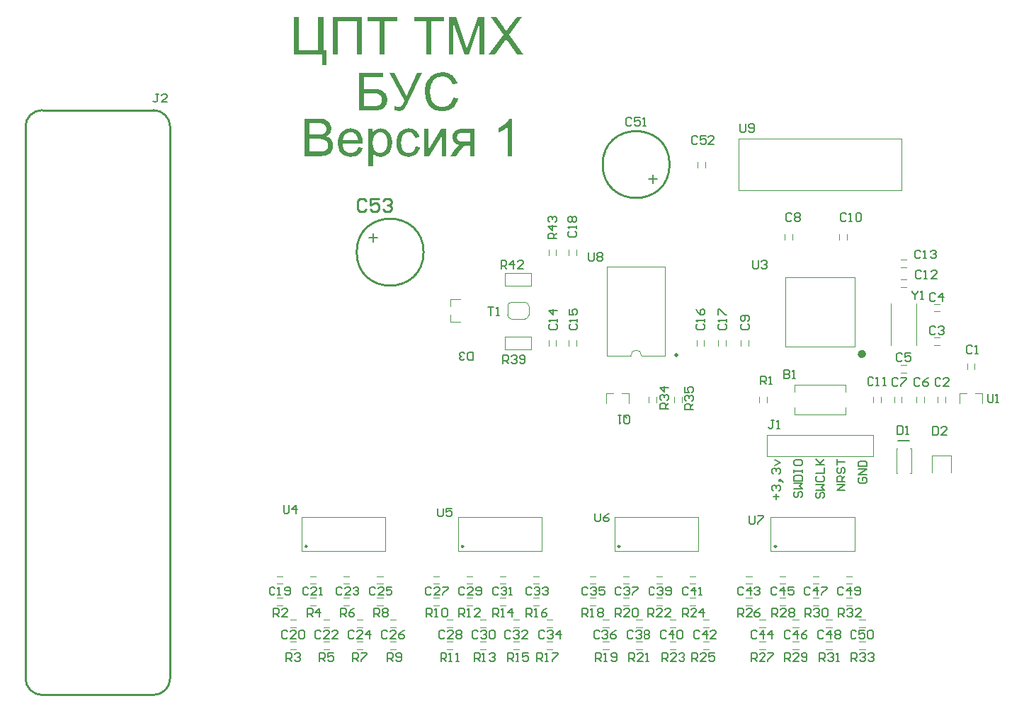
<source format=gto>
G04*
G04 #@! TF.GenerationSoftware,Altium Limited,Altium Designer,22.2.1 (43)*
G04*
G04 Layer_Color=65535*
%FSAX44Y44*%
%MOMM*%
G71*
G04*
G04 #@! TF.SameCoordinates,097045FE-6C59-462F-8A7E-8FAF3A3C29C4*
G04*
G04*
G04 #@! TF.FilePolarity,Positive*
G04*
G01*
G75*
%ADD10C,0.2540*%
%ADD11C,0.1000*%
%ADD12C,0.2500*%
%ADD13C,0.6000*%
%ADD14C,0.5000*%
%ADD15C,0.2000*%
G36*
X01078228Y01466764D02*
X01095010Y01443243D01*
X01087688D01*
X01076349Y01459183D01*
X01076284Y01459248D01*
X01076154Y01459442D01*
X01076025Y01459701D01*
X01075766Y01460025D01*
X01075182Y01460932D01*
X01074535Y01461904D01*
X01074470Y01461839D01*
X01074275Y01461580D01*
X01074016Y01461191D01*
X01073692Y01460673D01*
X01072979Y01459636D01*
X01072655Y01459183D01*
X01072396Y01458794D01*
X01061057Y01443243D01*
X01053930D01*
X01071230Y01466440D01*
X01055938Y01488082D01*
X01063001D01*
X01071165Y01476548D01*
Y01476483D01*
X01071295Y01476418D01*
X01071424Y01476224D01*
X01071619Y01475965D01*
X01072008Y01475317D01*
X01072591Y01474539D01*
X01073174Y01473632D01*
X01073757Y01472725D01*
X01074275Y01471883D01*
X01074729Y01471105D01*
X01074794Y01471235D01*
X01074988Y01471494D01*
X01075312Y01472012D01*
X01075766Y01472660D01*
X01076284Y01473373D01*
X01076932Y01474280D01*
X01077580Y01475187D01*
X01078357Y01476159D01*
X01087299Y01488082D01*
X01093779D01*
X01078228Y01466764D01*
D02*
G37*
G36*
X01048876Y01443243D02*
X01043174D01*
Y01480760D01*
X01030085Y01443243D01*
X01024772D01*
X01011813Y01481408D01*
Y01443243D01*
X01006111D01*
Y01488082D01*
X01014988D01*
X01025614Y01456267D01*
Y01456202D01*
X01025679Y01456073D01*
X01025744Y01455878D01*
X01025873Y01455554D01*
X01026132Y01454777D01*
X01026456Y01453805D01*
X01026780Y01452703D01*
X01027169Y01451602D01*
X01027493Y01450565D01*
X01027752Y01449658D01*
X01027817Y01449787D01*
X01027882Y01450111D01*
X01028076Y01450695D01*
X01028335Y01451472D01*
X01028659Y01452509D01*
X01029113Y01453740D01*
X01029566Y01455165D01*
X01030150Y01456850D01*
X01040906Y01488082D01*
X01048876D01*
Y01443243D01*
D02*
G37*
G36*
X00856109Y01448556D02*
X00860256D01*
Y01430802D01*
X00854943D01*
Y01443243D01*
X00820990D01*
Y01488082D01*
X00826951D01*
Y01448556D01*
X00850148D01*
Y01488082D01*
X00856109D01*
Y01448556D01*
D02*
G37*
G36*
X01000149Y01482768D02*
X00985376D01*
Y01443243D01*
X00979415D01*
Y01482768D01*
X00964641D01*
Y01488082D01*
X01000149D01*
Y01482768D01*
D02*
G37*
G36*
X00944425D02*
X00929652D01*
Y01443243D01*
X00923691D01*
Y01482768D01*
X00908917D01*
Y01488082D01*
X00944425D01*
Y01482768D01*
D02*
G37*
G36*
X00902503Y01443243D02*
X00896542D01*
Y01482768D01*
X00873280D01*
Y01443243D01*
X00867319D01*
Y01488082D01*
X00902503D01*
Y01443243D01*
D02*
G37*
G36*
X00999890Y01421770D02*
X01000473Y01421705D01*
X01001186Y01421640D01*
X01001899Y01421575D01*
X01002741Y01421381D01*
X01004491Y01420992D01*
X01006435Y01420409D01*
X01007406Y01420020D01*
X01008314Y01419567D01*
X01009221Y01418984D01*
X01010128Y01418401D01*
X01010193Y01418336D01*
X01010322Y01418271D01*
X01010582Y01418077D01*
X01010905Y01417753D01*
X01011229Y01417429D01*
X01011683Y01416975D01*
X01012137Y01416457D01*
X01012655Y01415938D01*
X01013173Y01415290D01*
X01013692Y01414513D01*
X01014275Y01413735D01*
X01014793Y01412893D01*
X01015247Y01411921D01*
X01015765Y01410949D01*
X01016154Y01409912D01*
X01016543Y01408746D01*
X01010711Y01407385D01*
Y01407450D01*
X01010646Y01407580D01*
X01010517Y01407839D01*
X01010387Y01408163D01*
X01010257Y01408552D01*
X01010063Y01409070D01*
X01009545Y01410107D01*
X01008897Y01411273D01*
X01008119Y01412439D01*
X01007147Y01413541D01*
X01006111Y01414513D01*
X01005981Y01414642D01*
X01005592Y01414902D01*
X01004944Y01415226D01*
X01004102Y01415679D01*
X01003000Y01416068D01*
X01001769Y01416457D01*
X01000279Y01416716D01*
X00998659Y01416781D01*
X00998141D01*
X00997817Y01416716D01*
X00997363D01*
X00996845Y01416651D01*
X00995614Y01416457D01*
X00994253Y01416198D01*
X00992828Y01415744D01*
X00991337Y01415096D01*
X00989977Y01414254D01*
X00989912D01*
X00989847Y01414124D01*
X00989393Y01413800D01*
X00988810Y01413282D01*
X00988098Y01412504D01*
X00987255Y01411532D01*
X00986478Y01410431D01*
X00985765Y01409070D01*
X00985117Y01407580D01*
Y01407515D01*
X00985052Y01407385D01*
X00984987Y01407191D01*
X00984922Y01406867D01*
X00984793Y01406478D01*
X00984663Y01406025D01*
X00984469Y01404923D01*
X00984210Y01403627D01*
X00983951Y01402202D01*
X00983821Y01400647D01*
X00983756Y01398962D01*
Y01398897D01*
Y01398703D01*
Y01398379D01*
Y01397990D01*
X00983821Y01397536D01*
Y01396953D01*
X00983886Y01396305D01*
X00983951Y01395593D01*
X00984145Y01394037D01*
X00984469Y01392353D01*
X00984858Y01390668D01*
X00985376Y01388983D01*
Y01388919D01*
X00985441Y01388789D01*
X00985570Y01388595D01*
X00985700Y01388271D01*
X00986089Y01387493D01*
X00986672Y01386586D01*
X00987385Y01385549D01*
X00988292Y01384448D01*
X00989329Y01383476D01*
X00990560Y01382569D01*
X00990624D01*
X00990754Y01382504D01*
X00990948Y01382374D01*
X00991208Y01382245D01*
X00991532Y01382115D01*
X00991920Y01381921D01*
X00992828Y01381532D01*
X00993994Y01381143D01*
X00995290Y01380819D01*
X00996715Y01380560D01*
X00998205Y01380495D01*
X00998659D01*
X00999048Y01380560D01*
X00999501D01*
X00999955Y01380625D01*
X01001121Y01380884D01*
X01002482Y01381208D01*
X01003843Y01381726D01*
X01005268Y01382439D01*
X01005981Y01382828D01*
X01006629Y01383346D01*
X01006694Y01383411D01*
X01006758Y01383476D01*
X01006953Y01383670D01*
X01007212Y01383865D01*
X01007471Y01384189D01*
X01007795Y01384577D01*
X01008184Y01384966D01*
X01008508Y01385484D01*
X01008897Y01386068D01*
X01009350Y01386716D01*
X01009739Y01387363D01*
X01010128Y01388141D01*
X01010452Y01388983D01*
X01010776Y01389891D01*
X01011100Y01390862D01*
X01011359Y01391899D01*
X01017320Y01390409D01*
Y01390344D01*
X01017255Y01390085D01*
X01017126Y01389696D01*
X01016931Y01389178D01*
X01016737Y01388595D01*
X01016478Y01387882D01*
X01016154Y01387104D01*
X01015765Y01386262D01*
X01014858Y01384448D01*
X01013692Y01382634D01*
X01012979Y01381726D01*
X01012266Y01380819D01*
X01011489Y01380042D01*
X01010582Y01379264D01*
X01010517Y01379199D01*
X01010387Y01379070D01*
X01010063Y01378940D01*
X01009739Y01378681D01*
X01009221Y01378357D01*
X01008702Y01378033D01*
X01007990Y01377709D01*
X01007277Y01377385D01*
X01006435Y01376996D01*
X01005527Y01376672D01*
X01004556Y01376348D01*
X01003519Y01376024D01*
X01002417Y01375765D01*
X01001251Y01375636D01*
X01000020Y01375506D01*
X00998724Y01375441D01*
X00998011D01*
X00997493Y01375506D01*
X00996910D01*
X00996197Y01375571D01*
X00995419Y01375700D01*
X00994512Y01375830D01*
X00992633Y01376154D01*
X00990689Y01376672D01*
X00988745Y01377385D01*
X00987838Y01377839D01*
X00986931Y01378357D01*
X00986866Y01378422D01*
X00986737Y01378487D01*
X00986478Y01378681D01*
X00986218Y01378940D01*
X00985830Y01379199D01*
X00985376Y01379588D01*
X00984858Y01380042D01*
X00984339Y01380560D01*
X00983821Y01381143D01*
X00983238Y01381726D01*
X00982072Y01383217D01*
X00980970Y01384966D01*
X00979998Y01386910D01*
Y01386975D01*
X00979868Y01387169D01*
X00979804Y01387493D01*
X00979609Y01387882D01*
X00979480Y01388400D01*
X00979285Y01389048D01*
X00979026Y01389761D01*
X00978832Y01390538D01*
X00978637Y01391381D01*
X00978378Y01392353D01*
X00978054Y01394361D01*
X00977795Y01396629D01*
X00977665Y01398962D01*
Y01399027D01*
Y01399286D01*
Y01399675D01*
X00977730Y01400128D01*
Y01400776D01*
X00977795Y01401424D01*
X00977860Y01402267D01*
X00977989Y01403109D01*
X00978313Y01404988D01*
X00978767Y01407061D01*
X00979415Y01409135D01*
X00980322Y01411143D01*
X00980387Y01411208D01*
X00980452Y01411403D01*
X00980581Y01411662D01*
X00980840Y01411986D01*
X00981100Y01412439D01*
X00981423Y01412958D01*
X00982266Y01414124D01*
X00983367Y01415420D01*
X00984663Y01416716D01*
X00986154Y01418012D01*
X00987903Y01419113D01*
X00987968Y01419178D01*
X00988162Y01419243D01*
X00988421Y01419373D01*
X00988745Y01419567D01*
X00989264Y01419761D01*
X00989782Y01419956D01*
X00990430Y01420215D01*
X00991143Y01420474D01*
X00991920Y01420733D01*
X00992763Y01420992D01*
X00994577Y01421381D01*
X00996650Y01421705D01*
X00998789Y01421835D01*
X00999437D01*
X00999890Y01421770D01*
D02*
G37*
G36*
X00957514Y01386197D02*
X00957449Y01386132D01*
X00957384Y01385938D01*
X00957190Y01385614D01*
X00956996Y01385161D01*
X00956737Y01384642D01*
X00956413Y01383994D01*
X00955700Y01382698D01*
X00954857Y01381208D01*
X00954015Y01379847D01*
X00953561Y01379199D01*
X00953108Y01378616D01*
X00952719Y01378098D01*
X00952330Y01377644D01*
X00952266Y01377579D01*
X00951942Y01377320D01*
X00951488Y01376996D01*
X00950840Y01376672D01*
X00950063Y01376284D01*
X00949026Y01375960D01*
X00947924Y01375700D01*
X00946564Y01375636D01*
X00946175D01*
X00945657Y01375700D01*
X00945008Y01375765D01*
X00944231Y01375895D01*
X00943259Y01376089D01*
X00942158Y01376348D01*
X00940991Y01376672D01*
Y01381726D01*
X00941121Y01381662D01*
X00941380Y01381532D01*
X00941898Y01381338D01*
X00942482Y01381078D01*
X00943259Y01380819D01*
X00944101Y01380625D01*
X00945008Y01380495D01*
X00945981Y01380430D01*
X00946369D01*
X00946758Y01380495D01*
X00947276Y01380625D01*
X00947859Y01380754D01*
X00948508Y01381014D01*
X00949155Y01381338D01*
X00949739Y01381791D01*
X00949803Y01381856D01*
X00949998Y01382115D01*
X00950322Y01382504D01*
X00950775Y01383087D01*
X00951294Y01383929D01*
X00951553Y01384448D01*
X00951877Y01385031D01*
X00952136Y01385679D01*
X00952460Y01386392D01*
X00952849Y01387169D01*
X00953173Y01388076D01*
X00935030Y01421057D01*
X00940991D01*
X00955700Y01393519D01*
X00968400Y01421057D01*
X00974296D01*
X00957514Y01386197D01*
D02*
G37*
G36*
X00927838Y01415744D02*
X00904641D01*
Y01401942D01*
X00916304D01*
X00916823Y01401878D01*
X00918054D01*
X00918766Y01401813D01*
X00920257Y01401683D01*
X00921812Y01401424D01*
X00923367Y01401165D01*
X00924792Y01400776D01*
X00924857D01*
X00924922Y01400711D01*
X00925116Y01400647D01*
X00925376Y01400582D01*
X00926023Y01400258D01*
X00926801Y01399804D01*
X00927708Y01399221D01*
X00928680Y01398508D01*
X00929587Y01397601D01*
X00930430Y01396500D01*
Y01396435D01*
X00930494Y01396370D01*
X00930624Y01396176D01*
X00930753Y01395981D01*
X00931077Y01395269D01*
X00931531Y01394426D01*
X00931920Y01393389D01*
X00932244Y01392158D01*
X00932503Y01390733D01*
X00932568Y01389243D01*
Y01389178D01*
Y01389113D01*
Y01388919D01*
Y01388660D01*
X00932503Y01388011D01*
X00932373Y01387169D01*
X00932179Y01386197D01*
X00931920Y01385096D01*
X00931531Y01383929D01*
X00931013Y01382828D01*
X00930948Y01382698D01*
X00930753Y01382374D01*
X00930365Y01381791D01*
X00929911Y01381143D01*
X00929263Y01380366D01*
X00928486Y01379588D01*
X00927579Y01378811D01*
X00926477Y01378033D01*
X00926412D01*
X00926347Y01377968D01*
X00926153Y01377839D01*
X00925894Y01377774D01*
X00925570Y01377644D01*
X00925181Y01377450D01*
X00924663Y01377320D01*
X00924080Y01377126D01*
X00923432Y01376931D01*
X00922654Y01376802D01*
X00921812Y01376672D01*
X00920905Y01376478D01*
X00919868Y01376413D01*
X00918766Y01376284D01*
X00917535Y01376219D01*
X00898680D01*
Y01421057D01*
X00927838D01*
Y01415744D01*
D02*
G37*
G36*
X00925635Y01354616D02*
X00926088Y01354551D01*
X00927060Y01354422D01*
X00928226Y01354162D01*
X00929458Y01353774D01*
X00930689Y01353190D01*
X00931920Y01352478D01*
X00931985D01*
X00932049Y01352348D01*
X00932438Y01352089D01*
X00933021Y01351571D01*
X00933734Y01350923D01*
X00934512Y01350080D01*
X00935289Y01349044D01*
X00936067Y01347812D01*
X00936715Y01346452D01*
Y01346387D01*
X00936779Y01346257D01*
X00936844Y01346063D01*
X00936974Y01345804D01*
X00937104Y01345415D01*
X00937233Y01344961D01*
X00937557Y01343925D01*
X00937881Y01342629D01*
X00938140Y01341203D01*
X00938335Y01339583D01*
X00938399Y01337899D01*
Y01337834D01*
Y01337704D01*
Y01337445D01*
Y01337056D01*
X00938335Y01336603D01*
Y01336084D01*
X00938205Y01334918D01*
X00937946Y01333493D01*
X00937622Y01332002D01*
X00937168Y01330447D01*
X00936585Y01328892D01*
Y01328827D01*
X00936520Y01328698D01*
X00936391Y01328503D01*
X00936261Y01328244D01*
X00935808Y01327531D01*
X00935224Y01326624D01*
X00934512Y01325652D01*
X00933605Y01324680D01*
X00932568Y01323709D01*
X00931337Y01322801D01*
X00931272D01*
X00931207Y01322737D01*
X00931013Y01322607D01*
X00930753Y01322477D01*
X00930106Y01322153D01*
X00929198Y01321765D01*
X00928097Y01321376D01*
X00926931Y01321052D01*
X00925570Y01320793D01*
X00924209Y01320728D01*
X00923756D01*
X00923237Y01320793D01*
X00922589Y01320858D01*
X00921812Y01320987D01*
X00920969Y01321181D01*
X00920127Y01321441D01*
X00919285Y01321830D01*
X00919220Y01321894D01*
X00918896Y01322024D01*
X00918507Y01322283D01*
X00917989Y01322672D01*
X00917470Y01323061D01*
X00916823Y01323579D01*
X00916239Y01324162D01*
X00915721Y01324810D01*
Y01309000D01*
X00910213D01*
Y01353968D01*
X00915203D01*
Y01349691D01*
X00915267Y01349821D01*
X00915527Y01350080D01*
X00915851Y01350534D01*
X00916369Y01351052D01*
X00916952Y01351700D01*
X00917600Y01352283D01*
X00918378Y01352867D01*
X00919155Y01353385D01*
X00919285Y01353450D01*
X00919544Y01353579D01*
X00920062Y01353774D01*
X00920710Y01354033D01*
X00921488Y01354292D01*
X00922395Y01354486D01*
X00923432Y01354616D01*
X00924598Y01354681D01*
X00925311D01*
X00925635Y01354616D01*
D02*
G37*
G36*
X00959134D02*
X00959523D01*
X00960041Y01354551D01*
X00961272Y01354357D01*
X00962633Y01354033D01*
X00964058Y01353514D01*
X00965484Y01352867D01*
X00966845Y01351959D01*
X00966909D01*
X00966974Y01351830D01*
X00967363Y01351441D01*
X00967946Y01350858D01*
X00968659Y01350016D01*
X00969372Y01348979D01*
X00970084Y01347683D01*
X00970732Y01346193D01*
X00971186Y01344443D01*
X00965808Y01343601D01*
Y01343665D01*
X00965743Y01343730D01*
X00965678Y01344119D01*
X00965484Y01344702D01*
X00965160Y01345415D01*
X00964836Y01346193D01*
X00964318Y01347035D01*
X00963734Y01347812D01*
X00963086Y01348460D01*
X00963022Y01348525D01*
X00962763Y01348720D01*
X00962309Y01348979D01*
X00961790Y01349303D01*
X00961078Y01349627D01*
X00960300Y01349886D01*
X00959393Y01350080D01*
X00958421Y01350145D01*
X00958032D01*
X00957708Y01350080D01*
X00956996Y01350016D01*
X00956024Y01349756D01*
X00954987Y01349432D01*
X00953821Y01348914D01*
X00952719Y01348136D01*
X00952201Y01347683D01*
X00951683Y01347164D01*
Y01347100D01*
X00951553Y01347035D01*
X00951423Y01346841D01*
X00951294Y01346581D01*
X00951099Y01346257D01*
X00950840Y01345869D01*
X00950646Y01345415D01*
X00950387Y01344897D01*
X00950127Y01344249D01*
X00949933Y01343536D01*
X00949674Y01342758D01*
X00949479Y01341916D01*
X00949350Y01341009D01*
X00949220Y01339972D01*
X00949091Y01338871D01*
Y01337704D01*
Y01337640D01*
Y01337445D01*
Y01337056D01*
X00949155Y01336668D01*
Y01336084D01*
X00949220Y01335501D01*
X00949415Y01334076D01*
X00949674Y01332521D01*
X00950127Y01330901D01*
X00950711Y01329475D01*
X00951099Y01328763D01*
X00951553Y01328179D01*
X00951683Y01328050D01*
X00952006Y01327726D01*
X00952590Y01327272D01*
X00953302Y01326754D01*
X00954274Y01326171D01*
X00955376Y01325717D01*
X00956672Y01325393D01*
X00957384Y01325328D01*
X00958097Y01325264D01*
X00958227D01*
X00958616Y01325328D01*
X00959264Y01325393D01*
X00959976Y01325523D01*
X00960819Y01325717D01*
X00961726Y01326106D01*
X00962633Y01326560D01*
X00963475Y01327207D01*
X00963605Y01327272D01*
X00963799Y01327596D01*
X00964188Y01328050D01*
X00964641Y01328763D01*
X00965095Y01329605D01*
X00965613Y01330642D01*
X00966002Y01331938D01*
X00966261Y01333363D01*
X00971704Y01332650D01*
Y01332585D01*
X00971639Y01332391D01*
X00971575Y01332132D01*
X00971510Y01331743D01*
X00971380Y01331225D01*
X00971251Y01330706D01*
X00970797Y01329411D01*
X00970214Y01328050D01*
X00969372Y01326560D01*
X00968335Y01325134D01*
X00967752Y01324486D01*
X00967104Y01323838D01*
X00967039Y01323773D01*
X00966909Y01323709D01*
X00966715Y01323579D01*
X00966456Y01323385D01*
X00966132Y01323125D01*
X00965678Y01322866D01*
X00965160Y01322607D01*
X00964641Y01322283D01*
X00963346Y01321700D01*
X00961790Y01321246D01*
X00960106Y01320858D01*
X00959134Y01320793D01*
X00958162Y01320728D01*
X00957514D01*
X00957060Y01320793D01*
X00956477Y01320858D01*
X00955829Y01320987D01*
X00955117Y01321117D01*
X00954339Y01321246D01*
X00952590Y01321765D01*
X00951747Y01322153D01*
X00950840Y01322542D01*
X00949933Y01323061D01*
X00949091Y01323644D01*
X00948248Y01324292D01*
X00947471Y01325069D01*
X00947406Y01325134D01*
X00947276Y01325264D01*
X00947082Y01325523D01*
X00946823Y01325847D01*
X00946564Y01326300D01*
X00946175Y01326884D01*
X00945851Y01327531D01*
X00945462Y01328244D01*
X00945073Y01329087D01*
X00944749Y01330058D01*
X00944361Y01331030D01*
X00944101Y01332197D01*
X00943842Y01333363D01*
X00943648Y01334724D01*
X00943518Y01336084D01*
X00943453Y01337575D01*
Y01337640D01*
Y01337834D01*
Y01338093D01*
Y01338482D01*
X00943518Y01338936D01*
Y01339454D01*
X00943583Y01340037D01*
X00943648Y01340685D01*
X00943842Y01342110D01*
X00944166Y01343665D01*
X00944555Y01345221D01*
X00945138Y01346776D01*
Y01346841D01*
X00945203Y01346970D01*
X00945332Y01347164D01*
X00945462Y01347424D01*
X00945851Y01348136D01*
X00946434Y01348979D01*
X00947212Y01349951D01*
X00948119Y01350923D01*
X00949220Y01351895D01*
X00950451Y01352672D01*
X00950516D01*
X00950646Y01352737D01*
X00950840Y01352867D01*
X00951099Y01352996D01*
X00951423Y01353126D01*
X00951812Y01353320D01*
X00952784Y01353709D01*
X00953885Y01354033D01*
X00955246Y01354357D01*
X00956672Y01354616D01*
X00958227Y01354681D01*
X00958745D01*
X00959134Y01354616D01*
D02*
G37*
G36*
X01003130Y01321441D02*
X00997622D01*
Y01346063D01*
X00982331Y01321441D01*
X00976434D01*
Y01353968D01*
X00981942D01*
Y01329151D01*
X00997169Y01353968D01*
X01003130D01*
Y01321441D01*
D02*
G37*
G36*
X01081986D02*
X01076478D01*
Y01356495D01*
X01076414Y01356430D01*
X01076090Y01356171D01*
X01075701Y01355782D01*
X01075053Y01355329D01*
X01074340Y01354746D01*
X01073433Y01354098D01*
X01072396Y01353385D01*
X01071230Y01352672D01*
X01071165D01*
X01071100Y01352607D01*
X01070712Y01352348D01*
X01070064Y01352024D01*
X01069286Y01351635D01*
X01068379Y01351182D01*
X01067407Y01350728D01*
X01066435Y01350275D01*
X01065463Y01349886D01*
Y01355199D01*
X01065528D01*
X01065658Y01355329D01*
X01065917Y01355394D01*
X01066241Y01355588D01*
X01066629Y01355782D01*
X01067083Y01356042D01*
X01068185Y01356689D01*
X01069481Y01357402D01*
X01070776Y01358309D01*
X01072137Y01359346D01*
X01073498Y01360448D01*
X01073563Y01360512D01*
X01073627Y01360577D01*
X01073822Y01360771D01*
X01074081Y01360966D01*
X01074664Y01361614D01*
X01075442Y01362391D01*
X01076219Y01363298D01*
X01077061Y01364335D01*
X01077774Y01365372D01*
X01078422Y01366474D01*
X01081986D01*
Y01321441D01*
D02*
G37*
G36*
X01037018D02*
X01031510D01*
Y01334141D01*
X01027882D01*
X01027364Y01334076D01*
X01026715D01*
X01026003Y01333946D01*
X01025290Y01333817D01*
X01024577Y01333622D01*
X01023994Y01333363D01*
X01023929Y01333298D01*
X01023735Y01333169D01*
X01023411Y01332910D01*
X01022957Y01332456D01*
X01022374Y01331808D01*
X01021662Y01330966D01*
X01021273Y01330447D01*
X01020819Y01329864D01*
X01020366Y01329216D01*
X01019847Y01328503D01*
X01014988Y01321441D01*
X01008184D01*
X01014145Y01330188D01*
X01014210Y01330253D01*
X01014275Y01330383D01*
X01014404Y01330577D01*
X01014599Y01330836D01*
X01015117Y01331484D01*
X01015830Y01332262D01*
X01016672Y01333039D01*
X01017579Y01333817D01*
X01018551Y01334400D01*
X01019005Y01334594D01*
X01019523Y01334724D01*
X01019458D01*
X01019329Y01334789D01*
X01019070D01*
X01018746Y01334853D01*
X01018357Y01334983D01*
X01017903Y01335048D01*
X01016931Y01335372D01*
X01015765Y01335825D01*
X01014664Y01336409D01*
X01013562Y01337186D01*
X01012590Y01338093D01*
Y01338158D01*
X01012525Y01338223D01*
X01012266Y01338611D01*
X01011877Y01339195D01*
X01011489Y01339907D01*
X01011035Y01340879D01*
X01010711Y01341981D01*
X01010452Y01343147D01*
X01010322Y01344443D01*
Y01344508D01*
Y01344637D01*
Y01344832D01*
X01010387Y01345156D01*
Y01345480D01*
X01010452Y01345933D01*
X01010711Y01346905D01*
X01011035Y01347942D01*
X01011553Y01349108D01*
X01012331Y01350275D01*
X01012785Y01350793D01*
X01013303Y01351311D01*
X01013368D01*
X01013432Y01351441D01*
X01013627Y01351571D01*
X01013886Y01351700D01*
X01014145Y01351959D01*
X01014534Y01352154D01*
X01014988Y01352413D01*
X01015506Y01352672D01*
X01016089Y01352867D01*
X01016737Y01353126D01*
X01017450Y01353385D01*
X01018227Y01353579D01*
X01019912Y01353838D01*
X01021921Y01353968D01*
X01037018D01*
Y01321441D01*
D02*
G37*
G36*
X00852092Y01366214D02*
X00852610D01*
X00853777Y01366085D01*
X00855072Y01365955D01*
X00856433Y01365696D01*
X00857794Y01365372D01*
X00859025Y01364918D01*
X00859090D01*
X00859155Y01364854D01*
X00859543Y01364659D01*
X00860126Y01364335D01*
X00860775Y01363882D01*
X00861552Y01363298D01*
X00862394Y01362586D01*
X00863172Y01361679D01*
X00863885Y01360707D01*
X00863950Y01360577D01*
X00864144Y01360188D01*
X00864468Y01359670D01*
X00864792Y01358893D01*
X00865116Y01357985D01*
X00865440Y01357013D01*
X00865634Y01355912D01*
X00865699Y01354810D01*
Y01354681D01*
Y01354357D01*
X00865634Y01353774D01*
X00865505Y01353061D01*
X00865310Y01352218D01*
X00864986Y01351311D01*
X00864597Y01350404D01*
X00864079Y01349432D01*
X00864014Y01349303D01*
X00863820Y01349044D01*
X00863431Y01348525D01*
X00862913Y01348007D01*
X00862265Y01347359D01*
X00861487Y01346646D01*
X00860515Y01345998D01*
X00859414Y01345350D01*
X00859479D01*
X00859608Y01345285D01*
X00859803Y01345221D01*
X00860062Y01345091D01*
X00860839Y01344832D01*
X00861746Y01344378D01*
X00862718Y01343795D01*
X00863820Y01343082D01*
X00864792Y01342240D01*
X00865699Y01341203D01*
X00865764Y01341074D01*
X00866023Y01340685D01*
X00866412Y01340102D01*
X00866801Y01339324D01*
X00867189Y01338288D01*
X00867578Y01337186D01*
X00867837Y01335890D01*
X00867902Y01334465D01*
Y01334400D01*
Y01334335D01*
Y01333946D01*
X00867837Y01333298D01*
X00867708Y01332521D01*
X00867578Y01331614D01*
X00867319Y01330642D01*
X00866995Y01329605D01*
X00866541Y01328568D01*
X00866477Y01328439D01*
X00866282Y01328115D01*
X00866023Y01327661D01*
X00865634Y01327013D01*
X00865116Y01326365D01*
X00864597Y01325652D01*
X00863950Y01324940D01*
X00863237Y01324357D01*
X00863172Y01324292D01*
X00862913Y01324097D01*
X00862459Y01323838D01*
X00861876Y01323579D01*
X00861163Y01323190D01*
X00860321Y01322801D01*
X00859414Y01322477D01*
X00858312Y01322153D01*
X00858183D01*
X00857794Y01322024D01*
X00857146Y01321959D01*
X00856304Y01321830D01*
X00855267Y01321700D01*
X00854036Y01321570D01*
X00852675Y01321505D01*
X00851120Y01321441D01*
X00834014D01*
Y01366279D01*
X00851638D01*
X00852092Y01366214D01*
D02*
G37*
G36*
X00889738Y01354616D02*
X00890256Y01354551D01*
X00890904Y01354422D01*
X00891617Y01354292D01*
X00892459Y01354098D01*
X00893237Y01353903D01*
X00894144Y01353579D01*
X00894986Y01353255D01*
X00895894Y01352802D01*
X00896801Y01352283D01*
X00897708Y01351700D01*
X00898550Y01350987D01*
X00899328Y01350210D01*
X00899393Y01350145D01*
X00899522Y01350016D01*
X00899716Y01349756D01*
X00899976Y01349368D01*
X00900300Y01348914D01*
X00900624Y01348396D01*
X00901012Y01347748D01*
X00901401Y01346970D01*
X00901790Y01346128D01*
X00902179Y01345221D01*
X00902503Y01344184D01*
X00902827Y01343082D01*
X00903086Y01341851D01*
X00903280Y01340555D01*
X00903410Y01339195D01*
X00903475Y01337704D01*
Y01337640D01*
Y01337380D01*
Y01336927D01*
X00903410Y01336279D01*
X00879112D01*
Y01336214D01*
Y01336020D01*
X00879176Y01335760D01*
Y01335372D01*
X00879241Y01334918D01*
X00879371Y01334400D01*
X00879565Y01333233D01*
X00879954Y01331938D01*
X00880472Y01330512D01*
X00881185Y01329216D01*
X00882092Y01328050D01*
X00882157D01*
X00882222Y01327920D01*
X00882611Y01327596D01*
X00883194Y01327143D01*
X00883971Y01326689D01*
X00885008Y01326171D01*
X00886174Y01325717D01*
X00887470Y01325393D01*
X00888183Y01325328D01*
X00888960Y01325264D01*
X00889479D01*
X00890062Y01325328D01*
X00890775Y01325458D01*
X00891552Y01325652D01*
X00892459Y01325912D01*
X00893302Y01326300D01*
X00894144Y01326819D01*
X00894209Y01326884D01*
X00894533Y01327143D01*
X00894922Y01327531D01*
X00895375Y01328050D01*
X00895894Y01328763D01*
X00896477Y01329670D01*
X00897060Y01330706D01*
X00897578Y01331938D01*
X00903280Y01331225D01*
Y01331160D01*
X00903215Y01331030D01*
X00903151Y01330771D01*
X00903021Y01330383D01*
X00902827Y01329994D01*
X00902632Y01329475D01*
X00902114Y01328374D01*
X00901466Y01327143D01*
X00900559Y01325847D01*
X00899522Y01324616D01*
X00898226Y01323449D01*
X00898161D01*
X00898032Y01323320D01*
X00897838Y01323190D01*
X00897578Y01322996D01*
X00897189Y01322801D01*
X00896801Y01322607D01*
X00896282Y01322348D01*
X00895699Y01322089D01*
X00895051Y01321830D01*
X00894403Y01321570D01*
X00892783Y01321181D01*
X00890969Y01320858D01*
X00888960Y01320728D01*
X00888248D01*
X00887794Y01320793D01*
X00887211Y01320858D01*
X00886498Y01320987D01*
X00885721Y01321117D01*
X00884878Y01321246D01*
X00883064Y01321765D01*
X00882092Y01322153D01*
X00881185Y01322542D01*
X00880213Y01323061D01*
X00879306Y01323644D01*
X00878464Y01324292D01*
X00877621Y01325069D01*
X00877557Y01325134D01*
X00877427Y01325264D01*
X00877233Y01325523D01*
X00876973Y01325912D01*
X00876649Y01326365D01*
X00876325Y01326884D01*
X00875937Y01327531D01*
X00875548Y01328244D01*
X00875159Y01329087D01*
X00874770Y01329994D01*
X00874446Y01331030D01*
X00874122Y01332132D01*
X00873863Y01333298D01*
X00873669Y01334594D01*
X00873539Y01335955D01*
X00873474Y01337380D01*
Y01337445D01*
Y01337769D01*
Y01338158D01*
X00873539Y01338741D01*
X00873604Y01339454D01*
X00873669Y01340231D01*
X00873798Y01341138D01*
X00873993Y01342046D01*
X00874511Y01344119D01*
X00874835Y01345156D01*
X00875224Y01346257D01*
X00875742Y01347294D01*
X00876325Y01348266D01*
X00876973Y01349238D01*
X00877686Y01350145D01*
X00877751Y01350210D01*
X00877880Y01350340D01*
X00878140Y01350534D01*
X00878464Y01350858D01*
X00878852Y01351182D01*
X00879371Y01351571D01*
X00879954Y01352024D01*
X00880667Y01352413D01*
X00881379Y01352867D01*
X00882222Y01353255D01*
X00883129Y01353644D01*
X00884101Y01353968D01*
X00885138Y01354292D01*
X00886239Y01354486D01*
X00887405Y01354616D01*
X00888636Y01354681D01*
X00889285D01*
X00889738Y01354616D01*
D02*
G37*
%LPC*%
G36*
X00914620Y01396824D02*
X00904641D01*
Y01381273D01*
X00916952D01*
X00917276Y01381338D01*
X00917665D01*
X00918118Y01381402D01*
X00919220Y01381532D01*
X00920386Y01381726D01*
X00921553Y01382115D01*
X00922719Y01382569D01*
X00923691Y01383217D01*
X00923820Y01383281D01*
X00924080Y01383605D01*
X00924468Y01384059D01*
X00924922Y01384707D01*
X00925376Y01385484D01*
X00925764Y01386521D01*
X00926023Y01387688D01*
X00926153Y01389048D01*
Y01389113D01*
Y01389178D01*
Y01389502D01*
X00926088Y01390020D01*
X00925959Y01390668D01*
X00925829Y01391446D01*
X00925570Y01392223D01*
X00925181Y01393001D01*
X00924728Y01393714D01*
X00924663Y01393778D01*
X00924468Y01394037D01*
X00924144Y01394361D01*
X00923756Y01394750D01*
X00923173Y01395139D01*
X00922524Y01395528D01*
X00921747Y01395916D01*
X00920905Y01396176D01*
X00920775D01*
X00920451Y01396305D01*
X00920127D01*
X00919803Y01396370D01*
X00919414Y01396435D01*
X00918961Y01396500D01*
X00918378Y01396564D01*
X00917794Y01396629D01*
X00917082Y01396694D01*
X00916369D01*
X00915527Y01396759D01*
X00914620Y01396824D01*
D02*
G37*
G36*
X00924080Y01350340D02*
X00923756D01*
X00923496Y01350275D01*
X00922849Y01350145D01*
X00922006Y01349951D01*
X00921034Y01349562D01*
X00919997Y01348979D01*
X00919414Y01348590D01*
X00918896Y01348136D01*
X00918378Y01347618D01*
X00917859Y01347035D01*
Y01346970D01*
X00917730Y01346905D01*
X00917600Y01346711D01*
X00917470Y01346452D01*
X00917276Y01346063D01*
X00917017Y01345674D01*
X00916758Y01345156D01*
X00916563Y01344637D01*
X00916304Y01343990D01*
X00916045Y01343277D01*
X00915851Y01342499D01*
X00915591Y01341657D01*
X00915462Y01340685D01*
X00915332Y01339713D01*
X00915203Y01338676D01*
Y01337510D01*
Y01337445D01*
Y01337251D01*
Y01336927D01*
X00915267Y01336473D01*
Y01335955D01*
X00915332Y01335372D01*
X00915527Y01334011D01*
X00915851Y01332456D01*
X00916239Y01330966D01*
X00916887Y01329475D01*
X00917276Y01328827D01*
X00917730Y01328244D01*
X00917859Y01328115D01*
X00918183Y01327791D01*
X00918702Y01327272D01*
X00919414Y01326754D01*
X00920322Y01326236D01*
X00921358Y01325717D01*
X00922524Y01325393D01*
X00923173Y01325328D01*
X00923820Y01325264D01*
X00924209D01*
X00924468Y01325328D01*
X00925116Y01325458D01*
X00926023Y01325652D01*
X00926995Y01326041D01*
X00928032Y01326560D01*
X00929069Y01327337D01*
X00929587Y01327791D01*
X00930106Y01328309D01*
Y01328374D01*
X00930235Y01328439D01*
X00930365Y01328633D01*
X00930494Y01328892D01*
X00930753Y01329216D01*
X00930948Y01329670D01*
X00931207Y01330123D01*
X00931466Y01330706D01*
X00931661Y01331290D01*
X00931920Y01332067D01*
X00932179Y01332845D01*
X00932373Y01333687D01*
X00932503Y01334659D01*
X00932633Y01335696D01*
X00932762Y01336797D01*
Y01337964D01*
Y01338028D01*
Y01338223D01*
Y01338547D01*
X00932697Y01339000D01*
Y01339519D01*
X00932633Y01340102D01*
X00932438Y01341463D01*
X00932114Y01342953D01*
X00931661Y01344443D01*
X00931013Y01345933D01*
X00930624Y01346646D01*
X00930170Y01347229D01*
Y01347294D01*
X00930041Y01347359D01*
X00929717Y01347748D01*
X00929198Y01348201D01*
X00928486Y01348784D01*
X00927579Y01349368D01*
X00926542Y01349886D01*
X00925376Y01350210D01*
X00924728Y01350275D01*
X00924080Y01350340D01*
D02*
G37*
G36*
X01031510Y01349432D02*
X01022893D01*
X01022504Y01349368D01*
X01022050D01*
X01021013Y01349238D01*
X01019977Y01349044D01*
X01018940Y01348784D01*
X01018033Y01348396D01*
X01017644Y01348136D01*
X01017320Y01347877D01*
X01017255Y01347812D01*
X01017126Y01347618D01*
X01016867Y01347294D01*
X01016672Y01346841D01*
X01016413Y01346322D01*
X01016154Y01345739D01*
X01016024Y01345026D01*
X01015959Y01344314D01*
Y01344184D01*
X01016024Y01343860D01*
X01016089Y01343342D01*
X01016219Y01342694D01*
X01016478Y01341981D01*
X01016867Y01341268D01*
X01017320Y01340620D01*
X01018033Y01340037D01*
X01018163Y01339972D01*
X01018422Y01339843D01*
X01018940Y01339583D01*
X01019718Y01339389D01*
X01020236Y01339259D01*
X01020754Y01339130D01*
X01021338Y01339000D01*
X01022050Y01338871D01*
X01022763Y01338806D01*
X01023605Y01338741D01*
X01024448Y01338676D01*
X01031510D01*
Y01349432D01*
D02*
G37*
G36*
X00850602Y01360966D02*
X00839975D01*
Y01347489D01*
X00850990D01*
X00851833Y01347553D01*
X00852740Y01347618D01*
X00853647Y01347683D01*
X00854554Y01347812D01*
X00855267Y01347942D01*
X00855396Y01348007D01*
X00855656Y01348072D01*
X00856044Y01348266D01*
X00856563Y01348525D01*
X00857081Y01348784D01*
X00857664Y01349173D01*
X00858248Y01349691D01*
X00858701Y01350210D01*
X00858766Y01350275D01*
X00858895Y01350469D01*
X00859090Y01350858D01*
X00859284Y01351311D01*
X00859479Y01351830D01*
X00859673Y01352478D01*
X00859803Y01353255D01*
X00859867Y01354098D01*
Y01354227D01*
Y01354486D01*
X00859803Y01354875D01*
X00859738Y01355394D01*
X00859608Y01356042D01*
X00859414Y01356689D01*
X00859155Y01357337D01*
X00858766Y01357985D01*
X00858701Y01358050D01*
X00858571Y01358244D01*
X00858312Y01358569D01*
X00857988Y01358893D01*
X00857535Y01359281D01*
X00857016Y01359670D01*
X00856368Y01360059D01*
X00855656Y01360318D01*
X00855591D01*
X00855267Y01360448D01*
X00854813Y01360512D01*
X00854101Y01360642D01*
X00853129Y01360771D01*
X00852027Y01360836D01*
X00850602Y01360966D01*
D02*
G37*
G36*
X00851768Y01342175D02*
X00839975D01*
Y01326754D01*
X00852740D01*
X00854101Y01326819D01*
X00854684Y01326884D01*
X00855202Y01326948D01*
X00855267D01*
X00855526Y01327013D01*
X00855915Y01327078D01*
X00856368Y01327207D01*
X00857470Y01327596D01*
X00858571Y01328115D01*
X00858636Y01328179D01*
X00858831Y01328309D01*
X00859090Y01328503D01*
X00859414Y01328763D01*
X00859738Y01329151D01*
X00860191Y01329540D01*
X00860515Y01330058D01*
X00860904Y01330642D01*
X00860969Y01330706D01*
X00861034Y01330901D01*
X00861163Y01331290D01*
X00861358Y01331743D01*
X00861552Y01332262D01*
X00861682Y01332910D01*
X00861746Y01333687D01*
X00861811Y01334465D01*
Y01334594D01*
Y01334853D01*
X00861746Y01335372D01*
X00861617Y01335955D01*
X00861487Y01336603D01*
X00861228Y01337316D01*
X00860904Y01338028D01*
X00860451Y01338741D01*
X00860386Y01338806D01*
X00860191Y01339065D01*
X00859932Y01339389D01*
X00859543Y01339778D01*
X00859025Y01340231D01*
X00858377Y01340685D01*
X00857664Y01341074D01*
X00856822Y01341398D01*
X00856692Y01341463D01*
X00856433Y01341527D01*
X00855850Y01341657D01*
X00855137Y01341786D01*
X00854230Y01341916D01*
X00853129Y01342046D01*
X00851768Y01342175D01*
D02*
G37*
G36*
X00888701Y01350145D02*
X00888313D01*
X00888053Y01350080D01*
X00887341Y01350016D01*
X00886498Y01349821D01*
X00885462Y01349497D01*
X00884360Y01349044D01*
X00883323Y01348396D01*
X00882287Y01347553D01*
X00882157Y01347424D01*
X00881898Y01347100D01*
X00881444Y01346517D01*
X00880991Y01345739D01*
X00880472Y01344832D01*
X00880019Y01343665D01*
X00879630Y01342305D01*
X00879436Y01340815D01*
X00897643D01*
Y01340879D01*
Y01341009D01*
X00897578Y01341203D01*
Y01341463D01*
X00897449Y01342240D01*
X00897254Y01343082D01*
X00896930Y01344119D01*
X00896606Y01345091D01*
X00896088Y01346063D01*
X00895505Y01346905D01*
Y01346970D01*
X00895375Y01347035D01*
X00895051Y01347424D01*
X00894468Y01347942D01*
X00893691Y01348525D01*
X00892719Y01349108D01*
X00891552Y01349627D01*
X00890192Y01350016D01*
X00889479Y01350080D01*
X00888701Y01350145D01*
D02*
G37*
%LPD*%
D10*
X00976000Y01206500D02*
G03*
X00976000Y01206500I-00040000J00000000D01*
G01*
X01270100Y01311375D02*
G03*
X01270100Y01311375I-00040000J00000000D01*
G01*
X00653000Y00676500D02*
G03*
X00673000Y00696500I00000000J00020000D01*
G01*
X00500000D02*
G03*
X00520000Y00676500I00020000J00000000D01*
G01*
X00673000Y01356500D02*
G03*
X00653000Y01376500I-00020000J00000000D01*
G01*
X00520000D02*
G03*
X00500000Y01356500I00000000J-00020000D01*
G01*
Y00696500D02*
Y01356500D01*
X00673000Y00696500D02*
Y01356500D01*
X00520000Y00676500D02*
X00653000D01*
X00520000Y01376500D02*
X00653000D01*
X00907539Y01267964D02*
X00904999Y01270503D01*
X00899921D01*
X00897382Y01267964D01*
Y01257807D01*
X00899921Y01255268D01*
X00904999D01*
X00907539Y01257807D01*
X00922774Y01270503D02*
X00912617D01*
Y01262886D01*
X00917695Y01265425D01*
X00920235D01*
X00922774Y01262886D01*
Y01257807D01*
X00920235Y01255268D01*
X00915156D01*
X00912617Y01257807D01*
X00927852Y01267964D02*
X00930391Y01270503D01*
X00935470D01*
X00938009Y01267964D01*
Y01265425D01*
X00935470Y01262886D01*
X00932931D01*
X00935470D01*
X00938009Y01260346D01*
Y01257807D01*
X00935470Y01255268D01*
X00930391D01*
X00927852Y01257807D01*
D11*
X01076500Y01131250D02*
G03*
X01081500Y01126250I00005000J00000000D01*
G01*
Y01146750D02*
G03*
X01076500Y01141750I00000000J-00005000D01*
G01*
X01096750Y01126250D02*
G03*
X01101750Y01131250I00000000J00005000D01*
G01*
Y01141750D02*
G03*
X01096750Y01146750I-00005000J00000000D01*
G01*
X01236502Y01082851D02*
G03*
X01223802Y01082851I-00006350J00000000D01*
G01*
X01303500Y01307500D02*
Y01314500D01*
X01312500Y01307500D02*
Y01314500D01*
X01547250Y01280250D02*
Y01342500D01*
X01352750D02*
X01547250D01*
X01352750Y01280250D02*
Y01342500D01*
Y01280250D02*
X01547250D01*
X01194250Y01026000D02*
Y01037750D01*
X01221250Y01026000D02*
Y01037750D01*
X01213000D02*
X01221250D01*
X01194250D02*
X01202500D01*
X01254500Y01026500D02*
Y01033500D01*
X01245500Y01026500D02*
Y01033500D01*
X01284750Y01026500D02*
Y01033500D01*
X01275750Y01026500D02*
Y01033500D01*
X01081500Y01146750D02*
X01096750D01*
X01081500Y01126250D02*
X01096750D01*
X01076500Y01131250D02*
Y01141750D01*
X01101750Y01131250D02*
Y01141750D01*
X01007750Y01122998D02*
Y01131248D01*
Y01141748D02*
Y01149998D01*
X01019500D01*
X01007750Y01122998D02*
X01019500D01*
X01457100Y00757500D02*
X01464100D01*
X01457100Y00766500D02*
X01464100D01*
X01481300Y00809500D02*
X01488300D01*
X01481300Y00818500D02*
X01488300D01*
X01441367Y00809500D02*
X01448367D01*
X01441367Y00818500D02*
X01448367D01*
X01401433Y00809500D02*
X01408433D01*
X01401433Y00818500D02*
X01408433D01*
X01361500Y00809500D02*
X01368500D01*
X01361500Y00818500D02*
X01368500D01*
X01294300Y00809500D02*
X01301300D01*
X01294300Y00818500D02*
X01301300D01*
X01254367Y00809500D02*
X01261367D01*
X01254367Y00818500D02*
X01261367D01*
X01214433Y00809500D02*
X01221433D01*
X01214433Y00818500D02*
X01221433D01*
X01174500Y00809500D02*
X01181500D01*
X01174500Y00818500D02*
X01181500D01*
X01107300Y00809500D02*
X01114300D01*
X01107300Y00818500D02*
X01114300D01*
X01067367Y00809500D02*
X01074367D01*
X01067367Y00818500D02*
X01074367D01*
X01027433Y00809500D02*
X01034433D01*
X01027433Y00818500D02*
X01034433D01*
X00987500Y00809500D02*
X00994500D01*
X00987500Y00818500D02*
X00994500D01*
X00920300Y00809500D02*
X00927300D01*
X00920300Y00818500D02*
X00927300D01*
X00880367Y00809500D02*
X00887367D01*
X00880367Y00818500D02*
X00887367D01*
X00840433Y00809500D02*
X00847433D01*
X00840433Y00818500D02*
X00847433D01*
X00800500Y00809500D02*
X00807500D01*
X00800500Y00818500D02*
X00807500D01*
X01481300Y00783500D02*
X01488300D01*
X01481300Y00792500D02*
X01488300D01*
X01441367Y00783500D02*
X01448367D01*
X01441367Y00792500D02*
X01448367D01*
X01401433Y00783500D02*
X01408433D01*
X01401433Y00792500D02*
X01408433D01*
X01361500Y00783500D02*
X01368500D01*
X01361500Y00792500D02*
X01368500D01*
X01294300Y00783500D02*
X01301300D01*
X01294300Y00792500D02*
X01301300D01*
X01214433Y00783500D02*
X01221433D01*
X01214433Y00792500D02*
X01221433D01*
X01174500Y00783500D02*
X01181500D01*
X01174500Y00792500D02*
X01181500D01*
X01107300Y00783500D02*
X01114300D01*
X01107300Y00792500D02*
X01114300D01*
X01067367Y00783500D02*
X01074367D01*
X01067367Y00792500D02*
X01074367D01*
X01027433Y00783500D02*
X01034433D01*
X01027433Y00792500D02*
X01034433D01*
X00920300Y00783500D02*
X00927300D01*
X00920300Y00792500D02*
X00927300D01*
X00880367Y00783500D02*
X00887367D01*
X00880367Y00792500D02*
X00887367D01*
X00840433Y00783500D02*
X00847433D01*
X00840433Y00792500D02*
X00847433D01*
X00800500Y00783500D02*
X00807500D01*
X00800500Y00792500D02*
X00807500D01*
X01254367Y00783500D02*
X01261367D01*
X01254367Y00792500D02*
X01261367D01*
X01417300Y00757500D02*
X01424300D01*
X01417300Y00766500D02*
X01424300D01*
X01377500Y00757500D02*
X01384500D01*
X01377500Y00766500D02*
X01384500D01*
X01309900Y00757500D02*
X01316900D01*
X01309900Y00766500D02*
X01316900D01*
X01270100Y00757500D02*
X01277100D01*
X01270100Y00766500D02*
X01277100D01*
X01230300Y00757500D02*
X01237300D01*
X01230300Y00766500D02*
X01237300D01*
X01190500Y00757500D02*
X01197500D01*
X01190500Y00766500D02*
X01197500D01*
X01122900Y00757500D02*
X01129900D01*
X01122900Y00766500D02*
X01129900D01*
X01043300Y00757500D02*
X01050300D01*
X01043300Y00766500D02*
X01050300D01*
X01003500Y00757500D02*
X01010500D01*
X01003500Y00766500D02*
X01010500D01*
X00935900Y00757500D02*
X00942900D01*
X00935900Y00766500D02*
X00942900D01*
X00896100Y00757500D02*
X00903100D01*
X00896100Y00766500D02*
X00903100D01*
X00856300Y00757500D02*
X00863300D01*
X00856300Y00766500D02*
X00863300D01*
X00816500Y00757500D02*
X00823500D01*
X00816500Y00766500D02*
X00823500D01*
X01083100Y00757500D02*
X01090100D01*
X01083100Y00766500D02*
X01090100D01*
X01457100Y00731500D02*
X01464100D01*
X01457100Y00740500D02*
X01464100D01*
X01417300Y00731500D02*
X01424300D01*
X01417300Y00740500D02*
X01424300D01*
X01377500Y00731500D02*
X01384500D01*
X01377500Y00740500D02*
X01384500D01*
X01270100Y00731500D02*
X01277100D01*
X01270100Y00740500D02*
X01277100D01*
X01230300Y00731500D02*
X01237300D01*
X01230300Y00740500D02*
X01237300D01*
X01190500Y00731500D02*
X01197500D01*
X01190500Y00740500D02*
X01197500D01*
X01083100Y00731500D02*
X01090100D01*
X01083100Y00740500D02*
X01090100D01*
X01043300Y00731500D02*
X01050300D01*
X01043300Y00740500D02*
X01050300D01*
X01003500Y00731500D02*
X01010500D01*
X01003500Y00740500D02*
X01010500D01*
X00896100Y00731500D02*
X00903100D01*
X00896100Y00740500D02*
X00903100D01*
X00856300Y00731500D02*
X00863300D01*
X00856300Y00740500D02*
X00863300D01*
X00816500Y00731500D02*
X00823500D01*
X00816500Y00740500D02*
X00823500D01*
X01496900Y00757500D02*
X01503900D01*
X01496900Y00766500D02*
X01503900D01*
X00935900Y00731500D02*
X00942900D01*
X00935900Y00740500D02*
X00942900D01*
X01122900Y00731500D02*
X01129900D01*
X01122900Y00740500D02*
X01129900D01*
X01496900Y00731500D02*
X01503900D01*
X01496900Y00740500D02*
X01503900D01*
X01309900Y00731500D02*
X01316900D01*
X01309900Y00740500D02*
X01316900D01*
X01391100Y00848650D02*
Y00889650D01*
Y00848650D02*
X01491350D01*
Y00889650D01*
X01391100D02*
X01491350D01*
X01513500Y00962300D02*
Y00987700D01*
X01386500Y00962300D02*
X01513500D01*
X01386500Y00987700D02*
X01513500D01*
X01386500Y00962300D02*
Y00987700D01*
X01158500Y01202500D02*
Y01209500D01*
X01149500Y01202500D02*
Y01209500D01*
X01134500Y01202500D02*
Y01209500D01*
X01125500Y01202500D02*
Y01209500D01*
X01073500Y01181750D02*
X01104500D01*
X01073500Y01166250D02*
X01104500D01*
X01073500D02*
Y01181750D01*
X01104500Y01166250D02*
Y01181750D01*
X01073500Y01090250D02*
X01104500D01*
X01073500Y01105750D02*
X01104500D01*
Y01090250D02*
Y01105750D01*
X01073500Y01090250D02*
Y01105750D01*
X01158500Y01094500D02*
Y01101500D01*
X01149500Y01094500D02*
Y01101500D01*
X01134500Y01094500D02*
Y01101500D01*
X01125500Y01094500D02*
Y01101500D01*
X01364500Y01094500D02*
Y01101500D01*
X01355500Y01094500D02*
Y01101500D01*
X01337500Y01094500D02*
Y01101500D01*
X01328500Y01094500D02*
Y01101500D01*
X01302500Y01094500D02*
Y01101500D01*
X01311500Y01094500D02*
Y01101500D01*
X01408500Y01176500D02*
X01491500D01*
X01408500Y01093500D02*
X01491500D01*
X01408500D02*
Y01176500D01*
X01491500Y01093500D02*
Y01176500D01*
X01546500Y01197500D02*
X01553500D01*
X01546500Y01188500D02*
X01553500D01*
X01546500Y01173500D02*
X01553500D01*
X01546500Y01164500D02*
X01553500D01*
X01535000Y01095000D02*
Y01145000D01*
X01565000Y01095000D02*
Y01145000D01*
X01586500Y01135500D02*
X01593500D01*
X01586500Y01144500D02*
X01593500D01*
X01586500Y01095500D02*
X01593500D01*
X01586500Y01104500D02*
X01593500D01*
X01626001Y01066500D02*
Y01073500D01*
X01635002Y01066500D02*
Y01073500D01*
X01617000Y01037750D02*
X01625250D01*
X01635750D02*
X01644000D01*
Y01026000D02*
Y01037750D01*
X01617000Y01026000D02*
Y01037750D01*
X01599500Y01026500D02*
Y01033500D01*
X01590500Y01026500D02*
Y01033500D01*
X01574500Y01026500D02*
Y01033500D01*
X01565500Y01026500D02*
Y01033500D01*
X01546500Y01062500D02*
X01553500D01*
X01546500Y01071500D02*
X01553500D01*
X01547500Y01026500D02*
Y01033500D01*
X01538500Y01026500D02*
Y01033500D01*
X01522500Y01026500D02*
Y01033500D01*
X01513500Y01026500D02*
Y01033500D01*
X00830100Y00889650D02*
X00930350D01*
Y00848650D02*
Y00889650D01*
X00830100Y00848650D02*
X00930350D01*
X00830100D02*
Y00889650D01*
X01017100D02*
X01117350D01*
Y00848650D02*
Y00889650D01*
X01017100Y00848650D02*
X01117350D01*
X01017100D02*
Y00889650D01*
X01204100D02*
X01304350D01*
Y00848650D02*
Y00889650D01*
X01204100Y00848650D02*
X01304350D01*
X01204100D02*
Y00889650D01*
X00987500Y00792500D02*
X00994500D01*
X00987500Y00783500D02*
X00994500D01*
X01195234Y01082851D02*
Y01188851D01*
X01264965D01*
Y01082851D02*
Y01188851D01*
X01195234Y01082851D02*
X01223802D01*
X01236502D02*
X01264965D01*
X01408000Y01221500D02*
Y01228500D01*
X01417000Y01221500D02*
Y01228500D01*
X01473000Y01221500D02*
Y01228500D01*
X01482000Y01221500D02*
Y01228500D01*
X01419375Y01012500D02*
Y01020750D01*
Y01012500D02*
X01480375D01*
Y01020750D01*
X01480625Y01039500D02*
Y01047500D01*
X01419125D02*
X01480625D01*
X01419125Y01039250D02*
Y01047500D01*
X01377500Y01026500D02*
Y01033500D01*
X01386500Y01026500D02*
Y01033500D01*
X01541125Y00941500D02*
Y00971500D01*
X01558875Y00941500D02*
Y00971500D01*
X01541125Y00941500D02*
X01542125D01*
X01557625D02*
X01558875D01*
X01557625Y00971500D02*
X01558875D01*
X01541125D02*
X01542125D01*
X01583500Y00942500D02*
Y00963250D01*
X01606500D01*
Y00942500D02*
Y00963250D01*
D12*
X01397600Y00854400D02*
G03*
X01397600Y00854400I-00001000J00000000D01*
G01*
X00836600D02*
G03*
X00836600Y00854400I-00001000J00000000D01*
G01*
X01023600D02*
G03*
X01023600Y00854400I-00001000J00000000D01*
G01*
X01210600D02*
G03*
X01210600Y00854400I-00001000J00000000D01*
G01*
D13*
X01502000Y01084500D02*
G03*
X01502000Y01084500I-00002000J00000000D01*
G01*
D14*
X01278000Y01083000D02*
D03*
D15*
X00911000Y01224000D02*
X00921000D01*
X00916000Y01218750D02*
Y01228750D01*
X01250100Y01289125D02*
Y01299125D01*
X01245100Y01293875D02*
X01255100D01*
X01542875Y00980500D02*
X01556875D01*
X01397669Y00911000D02*
Y00917664D01*
X01394337Y00914332D02*
X01401002D01*
X01394337Y00920997D02*
X01392671Y00922663D01*
Y00925995D01*
X01394337Y00927661D01*
X01396003D01*
X01397669Y00925995D01*
Y00924329D01*
Y00925995D01*
X01399335Y00927661D01*
X01401002D01*
X01402668Y00925995D01*
Y00922663D01*
X01401002Y00920997D01*
X01404334Y00932660D02*
X01402668Y00934326D01*
X01401002D01*
Y00932660D01*
X01402668D01*
Y00934326D01*
X01404334Y00932660D01*
X01406000Y00930994D01*
X01394337Y00940990D02*
X01392671Y00942656D01*
Y00945989D01*
X01394337Y00947655D01*
X01396003D01*
X01397669Y00945989D01*
Y00944323D01*
Y00945989D01*
X01399335Y00947655D01*
X01401002D01*
X01402668Y00945989D01*
Y00942656D01*
X01401002Y00940990D01*
X01396003Y00950987D02*
X01402668Y00954319D01*
X01396003Y00957652D01*
X01420669Y00919665D02*
X01419003Y00917998D01*
Y00914666D01*
X01420669Y00913000D01*
X01422336D01*
X01424002Y00914666D01*
Y00917998D01*
X01425668Y00919665D01*
X01427334D01*
X01429000Y00917998D01*
Y00914666D01*
X01427334Y00913000D01*
X01419003Y00922997D02*
X01429000D01*
X01425668Y00926329D01*
X01429000Y00929661D01*
X01419003D01*
Y00932993D02*
X01429000D01*
Y00937992D01*
X01427334Y00939658D01*
X01420669D01*
X01419003Y00937992D01*
Y00932993D01*
Y00942990D02*
Y00946323D01*
Y00944657D01*
X01429000D01*
Y00942990D01*
Y00946323D01*
X01419003Y00956319D02*
Y00952987D01*
X01420669Y00951321D01*
X01427334D01*
X01429000Y00952987D01*
Y00956319D01*
X01427334Y00957986D01*
X01420669D01*
X01419003Y00956319D01*
X01446669Y00918664D02*
X01445003Y00916998D01*
Y00913666D01*
X01446669Y00912000D01*
X01448336D01*
X01450002Y00913666D01*
Y00916998D01*
X01451668Y00918664D01*
X01453334D01*
X01455000Y00916998D01*
Y00913666D01*
X01453334Y00912000D01*
X01445003Y00921997D02*
X01455000D01*
X01451668Y00925329D01*
X01455000Y00928661D01*
X01445003D01*
X01446669Y00938658D02*
X01445003Y00936992D01*
Y00933660D01*
X01446669Y00931993D01*
X01453334D01*
X01455000Y00933660D01*
Y00936992D01*
X01453334Y00938658D01*
X01445003Y00941990D02*
X01455000D01*
Y00948655D01*
X01445003Y00951987D02*
X01455000D01*
X01451668D01*
X01445003Y00958652D01*
X01450002Y00953653D01*
X01455000Y00958652D01*
X01480000Y00922000D02*
X01470003D01*
X01480000Y00928664D01*
X01470003D01*
X01480000Y00931997D02*
X01470003D01*
Y00936995D01*
X01471669Y00938661D01*
X01475002D01*
X01476668Y00936995D01*
Y00931997D01*
Y00935329D02*
X01480000Y00938661D01*
X01471669Y00948658D02*
X01470003Y00946992D01*
Y00943660D01*
X01471669Y00941993D01*
X01473336D01*
X01475002Y00943660D01*
Y00946992D01*
X01476668Y00948658D01*
X01478334D01*
X01480000Y00946992D01*
Y00943660D01*
X01478334Y00941993D01*
X01470003Y00951990D02*
Y00958655D01*
Y00955322D01*
X01480000D01*
X01497669Y00936665D02*
X01496003Y00934998D01*
Y00931666D01*
X01497669Y00930000D01*
X01504334D01*
X01506000Y00931666D01*
Y00934998D01*
X01504334Y00936665D01*
X01501002D01*
Y00933332D01*
X01506000Y00939997D02*
X01496003D01*
X01506000Y00946661D01*
X01496003D01*
Y00949994D02*
X01506000D01*
Y00954992D01*
X01504334Y00956658D01*
X01497669D01*
X01496003Y00954992D01*
Y00949994D01*
X01303336Y01344332D02*
X01301669Y01345998D01*
X01298337D01*
X01296671Y01344332D01*
Y01337668D01*
X01298337Y01336002D01*
X01301669D01*
X01303336Y01337668D01*
X01313332Y01345998D02*
X01306668D01*
Y01341000D01*
X01310000Y01342666D01*
X01311666D01*
X01313332Y01341000D01*
Y01337668D01*
X01311666Y01336002D01*
X01308334D01*
X01306668Y01337668D01*
X01323329Y01336002D02*
X01316664D01*
X01323329Y01342666D01*
Y01344332D01*
X01321663Y01345998D01*
X01318331D01*
X01316664Y01344332D01*
X01225002Y01366332D02*
X01223335Y01367998D01*
X01220003D01*
X01218337Y01366332D01*
Y01359668D01*
X01220003Y01358002D01*
X01223335D01*
X01225002Y01359668D01*
X01234998Y01367998D02*
X01228334D01*
Y01363000D01*
X01231666Y01364666D01*
X01233332D01*
X01234998Y01363000D01*
Y01359668D01*
X01233332Y01358002D01*
X01230000D01*
X01228334Y01359668D01*
X01238331Y01358002D02*
X01241663D01*
X01239997D01*
Y01367998D01*
X01238331Y01366332D01*
X01493536Y00752332D02*
X01491870Y00753998D01*
X01488537D01*
X01486871Y00752332D01*
Y00745668D01*
X01488537Y00744002D01*
X01491870D01*
X01493536Y00745668D01*
X01503532Y00753998D02*
X01496868D01*
Y00749000D01*
X01500200Y00750666D01*
X01501866D01*
X01503532Y00749000D01*
Y00745668D01*
X01501866Y00744002D01*
X01498534D01*
X01496868Y00745668D01*
X01506865Y00752332D02*
X01508531Y00753998D01*
X01511863D01*
X01513529Y00752332D01*
Y00745668D01*
X01511863Y00744002D01*
X01508531D01*
X01506865Y00745668D01*
Y00752332D01*
X01478205Y00804307D02*
X01476539Y00805973D01*
X01473206D01*
X01471540Y00804307D01*
Y00797642D01*
X01473206Y00795976D01*
X01476539D01*
X01478205Y00797642D01*
X01486535Y00795976D02*
Y00805973D01*
X01481537Y00800974D01*
X01488201D01*
X01491534Y00797642D02*
X01493200Y00795976D01*
X01496532D01*
X01498198Y00797642D01*
Y00804307D01*
X01496532Y00805973D01*
X01493200D01*
X01491534Y00804307D01*
Y00802641D01*
X01493200Y00800974D01*
X01498198D01*
X01454335Y00752332D02*
X01452669Y00753998D01*
X01449337D01*
X01447671Y00752332D01*
Y00745668D01*
X01449337Y00744002D01*
X01452669D01*
X01454335Y00745668D01*
X01462666Y00744002D02*
Y00753998D01*
X01457668Y00749000D01*
X01464332D01*
X01467664Y00752332D02*
X01469331Y00753998D01*
X01472663D01*
X01474329Y00752332D01*
Y00750666D01*
X01472663Y00749000D01*
X01474329Y00747334D01*
Y00745668D01*
X01472663Y00744002D01*
X01469331D01*
X01467664Y00745668D01*
Y00747334D01*
X01469331Y00749000D01*
X01467664Y00750666D01*
Y00752332D01*
X01469331Y00749000D02*
X01472663D01*
X01438155Y00804307D02*
X01436489Y00805973D01*
X01433157D01*
X01431491Y00804307D01*
Y00797642D01*
X01433157Y00795976D01*
X01436489D01*
X01438155Y00797642D01*
X01446486Y00795976D02*
Y00805973D01*
X01441487Y00800974D01*
X01448152D01*
X01451484Y00805973D02*
X01458149D01*
Y00804307D01*
X01451484Y00797642D01*
Y00795976D01*
X01414335Y00752332D02*
X01412669Y00753998D01*
X01409337D01*
X01407671Y00752332D01*
Y00745668D01*
X01409337Y00744002D01*
X01412669D01*
X01414335Y00745668D01*
X01422666Y00744002D02*
Y00753998D01*
X01417668Y00749000D01*
X01424332D01*
X01434329Y00753998D02*
X01430997Y00752332D01*
X01427664Y00749000D01*
Y00745668D01*
X01429331Y00744002D01*
X01432663D01*
X01434329Y00745668D01*
Y00747334D01*
X01432663Y00749000D01*
X01427664D01*
X01398328Y00804307D02*
X01396662Y00805973D01*
X01393329D01*
X01391663Y00804307D01*
Y00797642D01*
X01393329Y00795976D01*
X01396662D01*
X01398328Y00797642D01*
X01406659Y00795976D02*
Y00805973D01*
X01401660Y00800974D01*
X01408325D01*
X01418322Y00805973D02*
X01411657D01*
Y00800974D01*
X01414989Y00802641D01*
X01416655D01*
X01418322Y00800974D01*
Y00797642D01*
X01416655Y00795976D01*
X01413323D01*
X01411657Y00797642D01*
X01374335Y00752332D02*
X01372669Y00753998D01*
X01369337D01*
X01367671Y00752332D01*
Y00745668D01*
X01369337Y00744002D01*
X01372669D01*
X01374335Y00745668D01*
X01382666Y00744002D02*
Y00753998D01*
X01377668Y00749000D01*
X01384332D01*
X01392663Y00744002D02*
Y00753998D01*
X01387664Y00749000D01*
X01394329D01*
X01358336Y00804332D02*
X01356669Y00805998D01*
X01353337D01*
X01351671Y00804332D01*
Y00797668D01*
X01353337Y00796002D01*
X01356669D01*
X01358336Y00797668D01*
X01366666Y00796002D02*
Y00805998D01*
X01361668Y00801000D01*
X01368332D01*
X01371664Y00804332D02*
X01373331Y00805998D01*
X01376663D01*
X01378329Y00804332D01*
Y00802666D01*
X01376663Y00801000D01*
X01374997D01*
X01376663D01*
X01378329Y00799334D01*
Y00797668D01*
X01376663Y00796002D01*
X01373331D01*
X01371664Y00797668D01*
X01305863Y00752332D02*
X01304196Y00753998D01*
X01300864D01*
X01299198Y00752332D01*
Y00745668D01*
X01300864Y00744002D01*
X01304196D01*
X01305863Y00745668D01*
X01314193Y00744002D02*
Y00753998D01*
X01309195Y00749000D01*
X01315859D01*
X01325856Y00744002D02*
X01319192D01*
X01325856Y00750666D01*
Y00752332D01*
X01324190Y00753998D01*
X01320858D01*
X01319192Y00752332D01*
X01292245Y00804307D02*
X01290578Y00805973D01*
X01287246D01*
X01285580Y00804307D01*
Y00797642D01*
X01287246Y00795976D01*
X01290578D01*
X01292245Y00797642D01*
X01300575Y00795976D02*
Y00805973D01*
X01295577Y00800974D01*
X01302241D01*
X01305574Y00795976D02*
X01308906D01*
X01307240D01*
Y00805973D01*
X01305574Y00804307D01*
X01265969Y00752332D02*
X01264303Y00753998D01*
X01260970D01*
X01259304Y00752332D01*
Y00745668D01*
X01260970Y00744002D01*
X01264303D01*
X01265969Y00745668D01*
X01274299Y00744002D02*
Y00753998D01*
X01269301Y00749000D01*
X01275965D01*
X01279298Y00752332D02*
X01280964Y00753998D01*
X01284296D01*
X01285962Y00752332D01*
Y00745668D01*
X01284296Y00744002D01*
X01280964D01*
X01279298Y00745668D01*
Y00752332D01*
X01252211Y00804307D02*
X01250545Y00805973D01*
X01247213D01*
X01245547Y00804307D01*
Y00797642D01*
X01247213Y00795976D01*
X01250545D01*
X01252211Y00797642D01*
X01255544Y00804307D02*
X01257210Y00805973D01*
X01260542D01*
X01262208Y00804307D01*
Y00802641D01*
X01260542Y00800974D01*
X01258876D01*
X01260542D01*
X01262208Y00799308D01*
Y00797642D01*
X01260542Y00795976D01*
X01257210D01*
X01255544Y00797642D01*
X01265540D02*
X01267206Y00795976D01*
X01270539D01*
X01272205Y00797642D01*
Y00804307D01*
X01270539Y00805973D01*
X01267206D01*
X01265540Y00804307D01*
Y00802641D01*
X01267206Y00800974D01*
X01272205D01*
X01226291Y00752332D02*
X01224624Y00753998D01*
X01221292D01*
X01219626Y00752332D01*
Y00745668D01*
X01221292Y00744002D01*
X01224624D01*
X01226291Y00745668D01*
X01229623Y00752332D02*
X01231289Y00753998D01*
X01234621D01*
X01236287Y00752332D01*
Y00750666D01*
X01234621Y00749000D01*
X01232955D01*
X01234621D01*
X01236287Y00747334D01*
Y00745668D01*
X01234621Y00744002D01*
X01231289D01*
X01229623Y00745668D01*
X01239620Y00752332D02*
X01241286Y00753998D01*
X01244618D01*
X01246284Y00752332D01*
Y00750666D01*
X01244618Y00749000D01*
X01246284Y00747334D01*
Y00745668D01*
X01244618Y00744002D01*
X01241286D01*
X01239620Y00745668D01*
Y00747334D01*
X01241286Y00749000D01*
X01239620Y00750666D01*
Y00752332D01*
X01241286Y00749000D02*
X01244618D01*
X01212184Y00804307D02*
X01210518Y00805973D01*
X01207186D01*
X01205519Y00804307D01*
Y00797642D01*
X01207186Y00795976D01*
X01210518D01*
X01212184Y00797642D01*
X01215516Y00804307D02*
X01217182Y00805973D01*
X01220515D01*
X01222181Y00804307D01*
Y00802641D01*
X01220515Y00800974D01*
X01218848D01*
X01220515D01*
X01222181Y00799308D01*
Y00797642D01*
X01220515Y00795976D01*
X01217182D01*
X01215516Y00797642D01*
X01225513Y00805973D02*
X01232177D01*
Y00804307D01*
X01225513Y00797642D01*
Y00795976D01*
X01186320Y00752332D02*
X01184654Y00753998D01*
X01181322D01*
X01179656Y00752332D01*
Y00745668D01*
X01181322Y00744002D01*
X01184654D01*
X01186320Y00745668D01*
X01189653Y00752332D02*
X01191319Y00753998D01*
X01194651D01*
X01196317Y00752332D01*
Y00750666D01*
X01194651Y00749000D01*
X01192985D01*
X01194651D01*
X01196317Y00747334D01*
Y00745668D01*
X01194651Y00744002D01*
X01191319D01*
X01189653Y00745668D01*
X01206314Y00753998D02*
X01202982Y00752332D01*
X01199650Y00749000D01*
Y00745668D01*
X01201316Y00744002D01*
X01204648D01*
X01206314Y00745668D01*
Y00747334D01*
X01204648Y00749000D01*
X01199650D01*
X01172373Y00804307D02*
X01170706Y00805973D01*
X01167374D01*
X01165708Y00804307D01*
Y00797642D01*
X01167374Y00795976D01*
X01170706D01*
X01172373Y00797642D01*
X01175705Y00804307D02*
X01177371Y00805973D01*
X01180703D01*
X01182369Y00804307D01*
Y00802641D01*
X01180703Y00800974D01*
X01179037D01*
X01180703D01*
X01182369Y00799308D01*
Y00797642D01*
X01180703Y00795976D01*
X01177371D01*
X01175705Y00797642D01*
X01192366Y00805973D02*
X01185702D01*
Y00800974D01*
X01189034Y00802641D01*
X01190700D01*
X01192366Y00800974D01*
Y00797642D01*
X01190700Y00795976D01*
X01187368D01*
X01185702Y00797642D01*
X01120665Y00752332D02*
X01118998Y00753998D01*
X01115666D01*
X01114000Y00752332D01*
Y00745668D01*
X01115666Y00744002D01*
X01118998D01*
X01120665Y00745668D01*
X01123997Y00752332D02*
X01125663Y00753998D01*
X01128995D01*
X01130661Y00752332D01*
Y00750666D01*
X01128995Y00749000D01*
X01127329D01*
X01128995D01*
X01130661Y00747334D01*
Y00745668D01*
X01128995Y00744002D01*
X01125663D01*
X01123997Y00745668D01*
X01138992Y00744002D02*
Y00753998D01*
X01133994Y00749000D01*
X01140658D01*
X01105079Y00804307D02*
X01103412Y00805973D01*
X01100080D01*
X01098414Y00804307D01*
Y00797642D01*
X01100080Y00795976D01*
X01103412D01*
X01105079Y00797642D01*
X01108411Y00804307D02*
X01110077Y00805973D01*
X01113409D01*
X01115075Y00804307D01*
Y00802641D01*
X01113409Y00800974D01*
X01111743D01*
X01113409D01*
X01115075Y00799308D01*
Y00797642D01*
X01113409Y00795976D01*
X01110077D01*
X01108411Y00797642D01*
X01118408Y00804307D02*
X01120074Y00805973D01*
X01123406D01*
X01125072Y00804307D01*
Y00802641D01*
X01123406Y00800974D01*
X01121740D01*
X01123406D01*
X01125072Y00799308D01*
Y00797642D01*
X01123406Y00795976D01*
X01120074D01*
X01118408Y00797642D01*
X01080335Y00752332D02*
X01078669Y00753998D01*
X01075337D01*
X01073671Y00752332D01*
Y00745668D01*
X01075337Y00744002D01*
X01078669D01*
X01080335Y00745668D01*
X01083668Y00752332D02*
X01085334Y00753998D01*
X01088666D01*
X01090332Y00752332D01*
Y00750666D01*
X01088666Y00749000D01*
X01087000D01*
X01088666D01*
X01090332Y00747334D01*
Y00745668D01*
X01088666Y00744002D01*
X01085334D01*
X01083668Y00745668D01*
X01100329Y00744002D02*
X01093664D01*
X01100329Y00750666D01*
Y00752332D01*
X01098663Y00753998D01*
X01095331D01*
X01093664Y00752332D01*
X01065299Y00804307D02*
X01063633Y00805973D01*
X01060301D01*
X01058635Y00804307D01*
Y00797642D01*
X01060301Y00795976D01*
X01063633D01*
X01065299Y00797642D01*
X01068632Y00804307D02*
X01070298Y00805973D01*
X01073630D01*
X01075296Y00804307D01*
Y00802641D01*
X01073630Y00800974D01*
X01071964D01*
X01073630D01*
X01075296Y00799308D01*
Y00797642D01*
X01073630Y00795976D01*
X01070298D01*
X01068632Y00797642D01*
X01078628Y00795976D02*
X01081961D01*
X01080294D01*
Y00805973D01*
X01078628Y00804307D01*
X01041276Y00752332D02*
X01039610Y00753998D01*
X01036278D01*
X01034612Y00752332D01*
Y00745668D01*
X01036278Y00744002D01*
X01039610D01*
X01041276Y00745668D01*
X01044609Y00752332D02*
X01046275Y00753998D01*
X01049607D01*
X01051273Y00752332D01*
Y00750666D01*
X01049607Y00749000D01*
X01047941D01*
X01049607D01*
X01051273Y00747334D01*
Y00745668D01*
X01049607Y00744002D01*
X01046275D01*
X01044609Y00745668D01*
X01054606Y00752332D02*
X01056272Y00753998D01*
X01059604D01*
X01061270Y00752332D01*
Y00745668D01*
X01059604Y00744002D01*
X01056272D01*
X01054606Y00745668D01*
Y00752332D01*
X01025234Y00804307D02*
X01023568Y00805973D01*
X01020236D01*
X01018569Y00804307D01*
Y00797642D01*
X01020236Y00795976D01*
X01023568D01*
X01025234Y00797642D01*
X01035231Y00795976D02*
X01028566D01*
X01035231Y00802641D01*
Y00804307D01*
X01033565Y00805973D01*
X01030232D01*
X01028566Y00804307D01*
X01038563Y00797642D02*
X01040229Y00795976D01*
X01043561D01*
X01045227Y00797642D01*
Y00804307D01*
X01043561Y00805973D01*
X01040229D01*
X01038563Y00804307D01*
Y00802641D01*
X01040229Y00800974D01*
X01045227D01*
X01001329Y00752332D02*
X00999662Y00753998D01*
X00996330D01*
X00994664Y00752332D01*
Y00745668D01*
X00996330Y00744002D01*
X00999662D01*
X01001329Y00745668D01*
X01011325Y00744002D02*
X01004661D01*
X01011325Y00750666D01*
Y00752332D01*
X01009659Y00753998D01*
X01006327D01*
X01004661Y00752332D01*
X01014658D02*
X01016324Y00753998D01*
X01019656D01*
X01021322Y00752332D01*
Y00750666D01*
X01019656Y00749000D01*
X01021322Y00747334D01*
Y00745668D01*
X01019656Y00744002D01*
X01016324D01*
X01014658Y00745668D01*
Y00747334D01*
X01016324Y00749000D01*
X01014658Y00750666D01*
Y00752332D01*
X01016324Y00749000D02*
X01019656D01*
X00985359Y00804307D02*
X00983692Y00805973D01*
X00980360D01*
X00978694Y00804307D01*
Y00797642D01*
X00980360Y00795976D01*
X00983692D01*
X00985359Y00797642D01*
X00995355Y00795976D02*
X00988691D01*
X00995355Y00802641D01*
Y00804307D01*
X00993689Y00805973D01*
X00990357D01*
X00988691Y00804307D01*
X00998688Y00805973D02*
X01005352D01*
Y00804307D01*
X00998688Y00797642D01*
Y00795976D01*
X00932721Y00752332D02*
X00931054Y00753998D01*
X00927722D01*
X00926056Y00752332D01*
Y00745668D01*
X00927722Y00744002D01*
X00931054D01*
X00932721Y00745668D01*
X00942717Y00744002D02*
X00936053D01*
X00942717Y00750666D01*
Y00752332D01*
X00941051Y00753998D01*
X00937719D01*
X00936053Y00752332D01*
X00952714Y00753998D02*
X00949382Y00752332D01*
X00946050Y00749000D01*
Y00745668D01*
X00947716Y00744002D01*
X00951048D01*
X00952714Y00745668D01*
Y00747334D01*
X00951048Y00749000D01*
X00946050D01*
X00918103Y00804307D02*
X00916436Y00805973D01*
X00913104D01*
X00911438Y00804307D01*
Y00797642D01*
X00913104Y00795976D01*
X00916436D01*
X00918103Y00797642D01*
X00928099Y00795976D02*
X00921435D01*
X00928099Y00802641D01*
Y00804307D01*
X00926433Y00805973D01*
X00923101D01*
X00921435Y00804307D01*
X00938096Y00805973D02*
X00931432D01*
Y00800974D01*
X00934764Y00802641D01*
X00936430D01*
X00938096Y00800974D01*
Y00797642D01*
X00936430Y00795976D01*
X00933098D01*
X00931432Y00797642D01*
X00893043Y00752332D02*
X00891376Y00753998D01*
X00888044D01*
X00886378Y00752332D01*
Y00745668D01*
X00888044Y00744002D01*
X00891376D01*
X00893043Y00745668D01*
X00903039Y00744002D02*
X00896375D01*
X00903039Y00750666D01*
Y00752332D01*
X00901373Y00753998D01*
X00898041D01*
X00896375Y00752332D01*
X00911370Y00744002D02*
Y00753998D01*
X00906372Y00749000D01*
X00913036D01*
X00878339Y00804307D02*
X00876673Y00805973D01*
X00873341D01*
X00871675Y00804307D01*
Y00797642D01*
X00873341Y00795976D01*
X00876673D01*
X00878339Y00797642D01*
X00888336Y00795976D02*
X00881672D01*
X00888336Y00802641D01*
Y00804307D01*
X00886670Y00805973D01*
X00883338D01*
X00881672Y00804307D01*
X00891668D02*
X00893334Y00805973D01*
X00896667D01*
X00898333Y00804307D01*
Y00802641D01*
X00896667Y00800974D01*
X00895001D01*
X00896667D01*
X00898333Y00799308D01*
Y00797642D01*
X00896667Y00795976D01*
X00893334D01*
X00891668Y00797642D01*
X00853127Y00752332D02*
X00851460Y00753998D01*
X00848128D01*
X00846462Y00752332D01*
Y00745668D01*
X00848128Y00744002D01*
X00851460D01*
X00853127Y00745668D01*
X00863123Y00744002D02*
X00856459D01*
X00863123Y00750666D01*
Y00752332D01*
X00861457Y00753998D01*
X00858125D01*
X00856459Y00752332D01*
X00873120Y00744002D02*
X00866456D01*
X00873120Y00750666D01*
Y00752332D01*
X00871454Y00753998D01*
X00868122D01*
X00866456Y00752332D01*
X00838274Y00804307D02*
X00836608Y00805973D01*
X00833276D01*
X00831609Y00804307D01*
Y00797642D01*
X00833276Y00795976D01*
X00836608D01*
X00838274Y00797642D01*
X00848271Y00795976D02*
X00841606D01*
X00848271Y00802641D01*
Y00804307D01*
X00846605Y00805973D01*
X00843272D01*
X00841606Y00804307D01*
X00851603Y00795976D02*
X00854935D01*
X00853269D01*
Y00805973D01*
X00851603Y00804307D01*
X00813417Y00752332D02*
X00811750Y00753998D01*
X00808418D01*
X00806752Y00752332D01*
Y00745668D01*
X00808418Y00744002D01*
X00811750D01*
X00813417Y00745668D01*
X00823413Y00744002D02*
X00816749D01*
X00823413Y00750666D01*
Y00752332D01*
X00821747Y00753998D01*
X00818415D01*
X00816749Y00752332D01*
X00826746D02*
X00828412Y00753998D01*
X00831744D01*
X00833410Y00752332D01*
Y00745668D01*
X00831744Y00744002D01*
X00828412D01*
X00826746Y00745668D01*
Y00752332D01*
X00798447Y00804307D02*
X00796780Y00805973D01*
X00793448D01*
X00791782Y00804307D01*
Y00797642D01*
X00793448Y00795976D01*
X00796780D01*
X00798447Y00797642D01*
X00801779Y00795976D02*
X00805111D01*
X00803445D01*
Y00805973D01*
X00801779Y00804307D01*
X00810109Y00797642D02*
X00811776Y00795976D01*
X00815108D01*
X00816774Y00797642D01*
Y00804307D01*
X00815108Y00805973D01*
X00811776D01*
X00810109Y00804307D01*
Y00802641D01*
X00811776Y00800974D01*
X00816774D01*
X01394774Y01005423D02*
X01391442D01*
X01393108D01*
Y00997092D01*
X01391442Y00995426D01*
X01389776D01*
X01388110Y00997092D01*
X01398107Y00995426D02*
X01401439D01*
X01399773D01*
Y01005423D01*
X01398107Y01003757D01*
X01354228Y01360115D02*
Y01351784D01*
X01355894Y01350118D01*
X01359226D01*
X01360892Y01351784D01*
Y01360115D01*
X01364225Y01351784D02*
X01365891Y01350118D01*
X01369223D01*
X01370889Y01351784D01*
Y01358449D01*
X01369223Y01360115D01*
X01365891D01*
X01364225Y01358449D01*
Y01356783D01*
X01365891Y01355116D01*
X01370889D01*
X00659334Y01395998D02*
X00656002D01*
X00657668D01*
Y01387668D01*
X00656002Y01386002D01*
X00654335D01*
X00652669Y01387668D01*
X00669331Y01386002D02*
X00662666D01*
X00669331Y01392666D01*
Y01394332D01*
X00667664Y01395998D01*
X00664332D01*
X00662666Y01394332D01*
X01560336Y01159998D02*
Y01158332D01*
X01563668Y01155000D01*
X01567000Y01158332D01*
Y01159998D01*
X01563668Y01155000D02*
Y01150002D01*
X01570332D02*
X01573665D01*
X01571998D01*
Y01159998D01*
X01570332Y01158332D01*
X01173480Y01206337D02*
Y01198006D01*
X01175146Y01196340D01*
X01178478D01*
X01180145Y01198006D01*
Y01206337D01*
X01183477Y01204671D02*
X01185143Y01206337D01*
X01188475D01*
X01190141Y01204671D01*
Y01203005D01*
X01188475Y01201338D01*
X01190141Y01199672D01*
Y01198006D01*
X01188475Y01196340D01*
X01185143D01*
X01183477Y01198006D01*
Y01199672D01*
X01185143Y01201338D01*
X01183477Y01203005D01*
Y01204671D01*
X01185143Y01201338D02*
X01188475D01*
X01365669Y00890998D02*
Y00882668D01*
X01367336Y00881002D01*
X01370668D01*
X01372334Y00882668D01*
Y00890998D01*
X01375666D02*
X01382331D01*
Y00889332D01*
X01375666Y00882668D01*
Y00881002D01*
X01180669Y00893998D02*
Y00885668D01*
X01182336Y00884002D01*
X01185668D01*
X01187334Y00885668D01*
Y00893998D01*
X01197331D02*
X01193998Y00892332D01*
X01190666Y00889000D01*
Y00885668D01*
X01192332Y00884002D01*
X01195665D01*
X01197331Y00885668D01*
Y00887334D01*
X01195665Y00889000D01*
X01190666D01*
X00992669Y00899998D02*
Y00891668D01*
X00994335Y00890002D01*
X00997668D01*
X00999334Y00891668D01*
Y00899998D01*
X01009331D02*
X01002666D01*
Y00895000D01*
X01005998Y00896666D01*
X01007664D01*
X01009331Y00895000D01*
Y00891668D01*
X01007664Y00890002D01*
X01004332D01*
X01002666Y00891668D01*
X00808669Y00903998D02*
Y00895668D01*
X00810335Y00894002D01*
X00813668D01*
X00815334Y00895668D01*
Y00903998D01*
X00823664Y00894002D02*
Y00903998D01*
X00818666Y00899000D01*
X00825331D01*
X01369669Y01196998D02*
Y01188668D01*
X01371335Y01187002D01*
X01374668D01*
X01376334Y01188668D01*
Y01196998D01*
X01379666Y01195332D02*
X01381332Y01196998D01*
X01384664D01*
X01386331Y01195332D01*
Y01193666D01*
X01384664Y01192000D01*
X01382998D01*
X01384664D01*
X01386331Y01190334D01*
Y01188668D01*
X01384664Y01187002D01*
X01381332D01*
X01379666Y01188668D01*
X01650336Y01036998D02*
Y01028668D01*
X01652002Y01027002D01*
X01655334D01*
X01657000Y01028668D01*
Y01036998D01*
X01660332Y01027002D02*
X01663665D01*
X01661998D01*
Y01036998D01*
X01660332Y01035332D01*
X01052835Y01140998D02*
X01059500D01*
X01056168D01*
Y01131002D01*
X01062832D02*
X01066164D01*
X01064498D01*
Y01140998D01*
X01062832Y01139332D01*
X01134998Y01222671D02*
X01125002D01*
Y01227669D01*
X01126668Y01229335D01*
X01130000D01*
X01131666Y01227669D01*
Y01222671D01*
Y01226003D02*
X01134998Y01229335D01*
Y01237666D02*
X01125002D01*
X01130000Y01232668D01*
Y01239332D01*
X01126668Y01242664D02*
X01125002Y01244331D01*
Y01247663D01*
X01126668Y01249329D01*
X01128334D01*
X01130000Y01247663D01*
Y01245997D01*
Y01247663D01*
X01131666Y01249329D01*
X01133332D01*
X01134998Y01247663D01*
Y01244331D01*
X01133332Y01242664D01*
X01068671Y01187002D02*
Y01196998D01*
X01073669D01*
X01075335Y01195332D01*
Y01192000D01*
X01073669Y01190334D01*
X01068671D01*
X01072003D02*
X01075335Y01187002D01*
X01083666D02*
Y01196998D01*
X01078668Y01192000D01*
X01085332D01*
X01095329Y01187002D02*
X01088664D01*
X01095329Y01193666D01*
Y01195332D01*
X01093663Y01196998D01*
X01090331D01*
X01088664Y01195332D01*
X01070671Y01073002D02*
Y01082998D01*
X01075669D01*
X01077336Y01081332D01*
Y01078000D01*
X01075669Y01076334D01*
X01070671D01*
X01074003D02*
X01077336Y01073002D01*
X01080668Y01081332D02*
X01082334Y01082998D01*
X01085666D01*
X01087332Y01081332D01*
Y01079666D01*
X01085666Y01078000D01*
X01084000D01*
X01085666D01*
X01087332Y01076334D01*
Y01074668D01*
X01085666Y01073002D01*
X01082334D01*
X01080668Y01074668D01*
X01090665D02*
X01092331Y01073002D01*
X01095663D01*
X01097329Y01074668D01*
Y01081332D01*
X01095663Y01082998D01*
X01092331D01*
X01090665Y01081332D01*
Y01079666D01*
X01092331Y01078000D01*
X01097329D01*
X01298248Y01018471D02*
X01288252D01*
Y01023469D01*
X01289918Y01025135D01*
X01293250D01*
X01294916Y01023469D01*
Y01018471D01*
Y01021803D02*
X01298248Y01025135D01*
X01289918Y01028468D02*
X01288252Y01030134D01*
Y01033466D01*
X01289918Y01035132D01*
X01291584D01*
X01293250Y01033466D01*
Y01031800D01*
Y01033466D01*
X01294916Y01035132D01*
X01296582D01*
X01298248Y01033466D01*
Y01030134D01*
X01296582Y01028468D01*
X01288252Y01045129D02*
Y01038465D01*
X01293250D01*
X01291584Y01041797D01*
Y01043463D01*
X01293250Y01045129D01*
X01296582D01*
X01298248Y01043463D01*
Y01040131D01*
X01296582Y01038465D01*
X01268999Y01019171D02*
X01259002D01*
Y01024169D01*
X01260668Y01025835D01*
X01264000D01*
X01265667Y01024169D01*
Y01019171D01*
Y01022503D02*
X01268999Y01025835D01*
X01260668Y01029168D02*
X01259002Y01030834D01*
Y01034166D01*
X01260668Y01035832D01*
X01262334D01*
X01264000Y01034166D01*
Y01032500D01*
Y01034166D01*
X01265667Y01035832D01*
X01267333D01*
X01268999Y01034166D01*
Y01030834D01*
X01267333Y01029168D01*
X01268999Y01044163D02*
X01259002D01*
X01264000Y01039165D01*
Y01045829D01*
X01487671Y00717002D02*
Y00726998D01*
X01492669D01*
X01494335Y00725332D01*
Y00722000D01*
X01492669Y00720334D01*
X01487671D01*
X01491003D02*
X01494335Y00717002D01*
X01497668Y00725332D02*
X01499334Y00726998D01*
X01502666D01*
X01504332Y00725332D01*
Y00723666D01*
X01502666Y00722000D01*
X01501000D01*
X01502666D01*
X01504332Y00720334D01*
Y00718668D01*
X01502666Y00717002D01*
X01499334D01*
X01497668Y00718668D01*
X01507664Y00725332D02*
X01509331Y00726998D01*
X01512663D01*
X01514329Y00725332D01*
Y00723666D01*
X01512663Y00722000D01*
X01510997D01*
X01512663D01*
X01514329Y00720334D01*
Y00718668D01*
X01512663Y00717002D01*
X01509331D01*
X01507664Y00718668D01*
X01472388Y00770112D02*
Y00780109D01*
X01477386D01*
X01479052Y00778443D01*
Y00775110D01*
X01477386Y00773444D01*
X01472388D01*
X01475720D02*
X01479052Y00770112D01*
X01482385Y00778443D02*
X01484051Y00780109D01*
X01487383D01*
X01489049Y00778443D01*
Y00776777D01*
X01487383Y00775110D01*
X01485717D01*
X01487383D01*
X01489049Y00773444D01*
Y00771778D01*
X01487383Y00770112D01*
X01484051D01*
X01482385Y00771778D01*
X01499046Y00770112D02*
X01492382D01*
X01499046Y00776777D01*
Y00778443D01*
X01497380Y00780109D01*
X01494048D01*
X01492382Y00778443D01*
X01449337Y00717002D02*
Y00726998D01*
X01454335D01*
X01456002Y00725332D01*
Y00722000D01*
X01454335Y00720334D01*
X01449337D01*
X01452669D02*
X01456002Y00717002D01*
X01459334Y00725332D02*
X01461000Y00726998D01*
X01464332D01*
X01465998Y00725332D01*
Y00723666D01*
X01464332Y00722000D01*
X01462666D01*
X01464332D01*
X01465998Y00720334D01*
Y00718668D01*
X01464332Y00717002D01*
X01461000D01*
X01459334Y00718668D01*
X01469331Y00717002D02*
X01472663D01*
X01470997D01*
Y00726998D01*
X01469331Y00725332D01*
X01432510Y00770112D02*
Y00780109D01*
X01437508D01*
X01439174Y00778443D01*
Y00775110D01*
X01437508Y00773444D01*
X01432510D01*
X01435842D02*
X01439174Y00770112D01*
X01442507Y00778443D02*
X01444173Y00780109D01*
X01447505D01*
X01449171Y00778443D01*
Y00776777D01*
X01447505Y00775110D01*
X01445839D01*
X01447505D01*
X01449171Y00773444D01*
Y00771778D01*
X01447505Y00770112D01*
X01444173D01*
X01442507Y00771778D01*
X01452504Y00778443D02*
X01454170Y00780109D01*
X01457502D01*
X01459168Y00778443D01*
Y00771778D01*
X01457502Y00770112D01*
X01454170D01*
X01452504Y00771778D01*
Y00778443D01*
X01407671Y00717002D02*
Y00726998D01*
X01412669D01*
X01414335Y00725332D01*
Y00722000D01*
X01412669Y00720334D01*
X01407671D01*
X01411003D02*
X01414335Y00717002D01*
X01424332D02*
X01417668D01*
X01424332Y00723666D01*
Y00725332D01*
X01422666Y00726998D01*
X01419334D01*
X01417668Y00725332D01*
X01427664Y00718668D02*
X01429331Y00717002D01*
X01432663D01*
X01434329Y00718668D01*
Y00725332D01*
X01432663Y00726998D01*
X01429331D01*
X01427664Y00725332D01*
Y00723666D01*
X01429331Y00722000D01*
X01434329D01*
X01392632Y00770112D02*
Y00780109D01*
X01397630D01*
X01399297Y00778443D01*
Y00775110D01*
X01397630Y00773444D01*
X01392632D01*
X01395964D02*
X01399297Y00770112D01*
X01409293D02*
X01402629D01*
X01409293Y00776777D01*
Y00778443D01*
X01407627Y00780109D01*
X01404295D01*
X01402629Y00778443D01*
X01412626D02*
X01414292Y00780109D01*
X01417624D01*
X01419290Y00778443D01*
Y00776777D01*
X01417624Y00775110D01*
X01419290Y00773444D01*
Y00771778D01*
X01417624Y00770112D01*
X01414292D01*
X01412626Y00771778D01*
Y00773444D01*
X01414292Y00775110D01*
X01412626Y00776777D01*
Y00778443D01*
X01414292Y00775110D02*
X01417624D01*
X01367671Y00717002D02*
Y00726998D01*
X01372669D01*
X01374335Y00725332D01*
Y00722000D01*
X01372669Y00720334D01*
X01367671D01*
X01371003D02*
X01374335Y00717002D01*
X01384332D02*
X01377668D01*
X01384332Y00723666D01*
Y00725332D01*
X01382666Y00726998D01*
X01379334D01*
X01377668Y00725332D01*
X01387664Y00726998D02*
X01394329D01*
Y00725332D01*
X01387664Y00718668D01*
Y00717002D01*
X01351671Y00770112D02*
Y00780109D01*
X01356669D01*
X01358336Y00778443D01*
Y00775110D01*
X01356669Y00773444D01*
X01351671D01*
X01355003D02*
X01358336Y00770112D01*
X01368332D02*
X01361668D01*
X01368332Y00776777D01*
Y00778443D01*
X01366666Y00780109D01*
X01363334D01*
X01361668Y00778443D01*
X01378329Y00780109D02*
X01374997Y00778443D01*
X01371664Y00775110D01*
Y00771778D01*
X01373331Y00770112D01*
X01376663D01*
X01378329Y00771778D01*
Y00773444D01*
X01376663Y00775110D01*
X01371664D01*
X01296873Y00717002D02*
Y00726998D01*
X01301871D01*
X01303537Y00725332D01*
Y00722000D01*
X01301871Y00720334D01*
X01296873D01*
X01300205D02*
X01303537Y00717002D01*
X01313534D02*
X01306870D01*
X01313534Y00723666D01*
Y00725332D01*
X01311868Y00726998D01*
X01308536D01*
X01306870Y00725332D01*
X01323531Y00726998D02*
X01316866D01*
Y00722000D01*
X01320199Y00723666D01*
X01321865D01*
X01323531Y00722000D01*
Y00718668D01*
X01321865Y00717002D01*
X01318532D01*
X01316866Y00718668D01*
X01285590Y00770112D02*
Y00780109D01*
X01290588D01*
X01292254Y00778443D01*
Y00775110D01*
X01290588Y00773444D01*
X01285590D01*
X01288922D02*
X01292254Y00770112D01*
X01302251D02*
X01295587D01*
X01302251Y00776777D01*
Y00778443D01*
X01300585Y00780109D01*
X01297253D01*
X01295587Y00778443D01*
X01310582Y00770112D02*
Y00780109D01*
X01305584Y00775110D01*
X01312248D01*
X01261206Y00717002D02*
Y00726998D01*
X01266204D01*
X01267870Y00725332D01*
Y00722000D01*
X01266204Y00720334D01*
X01261206D01*
X01264538D02*
X01267870Y00717002D01*
X01277867D02*
X01271203D01*
X01277867Y00723666D01*
Y00725332D01*
X01276201Y00726998D01*
X01272869D01*
X01271203Y00725332D01*
X01281200D02*
X01282866Y00726998D01*
X01286198D01*
X01287864Y00725332D01*
Y00723666D01*
X01286198Y00722000D01*
X01284532D01*
X01286198D01*
X01287864Y00720334D01*
Y00718668D01*
X01286198Y00717002D01*
X01282866D01*
X01281200Y00718668D01*
X01244671Y00770112D02*
Y00780109D01*
X01249669D01*
X01251336Y00778443D01*
Y00775110D01*
X01249669Y00773444D01*
X01244671D01*
X01248003D02*
X01251336Y00770112D01*
X01261332D02*
X01254668D01*
X01261332Y00776777D01*
Y00778443D01*
X01259666Y00780109D01*
X01256334D01*
X01254668Y00778443D01*
X01271329Y00770112D02*
X01264665D01*
X01271329Y00776777D01*
Y00778443D01*
X01269663Y00780109D01*
X01266331D01*
X01264665Y00778443D01*
X01221582Y00717002D02*
Y00726998D01*
X01226580D01*
X01228247Y00725332D01*
Y00722000D01*
X01226580Y00720334D01*
X01221582D01*
X01224914D02*
X01228247Y00717002D01*
X01238243D02*
X01231579D01*
X01238243Y00723666D01*
Y00725332D01*
X01236577Y00726998D01*
X01233245D01*
X01231579Y00725332D01*
X01241576Y00717002D02*
X01244908D01*
X01243242D01*
Y00726998D01*
X01241576Y00725332D01*
X01205580Y00770112D02*
Y00780109D01*
X01210578D01*
X01212244Y00778443D01*
Y00775110D01*
X01210578Y00773444D01*
X01205580D01*
X01208912D02*
X01212244Y00770112D01*
X01222241D02*
X01215577D01*
X01222241Y00776777D01*
Y00778443D01*
X01220575Y00780109D01*
X01217243D01*
X01215577Y00778443D01*
X01225574D02*
X01227240Y00780109D01*
X01230572D01*
X01232238Y00778443D01*
Y00771778D01*
X01230572Y00770112D01*
X01227240D01*
X01225574Y00771778D01*
Y00778443D01*
X01181704Y00717002D02*
Y00726998D01*
X01186702D01*
X01188369Y00725332D01*
Y00722000D01*
X01186702Y00720334D01*
X01181704D01*
X01185036D02*
X01188369Y00717002D01*
X01191701D02*
X01195033D01*
X01193367D01*
Y00726998D01*
X01191701Y00725332D01*
X01200031Y00718668D02*
X01201698Y00717002D01*
X01205030D01*
X01206696Y00718668D01*
Y00725332D01*
X01205030Y00726998D01*
X01201698D01*
X01200031Y00725332D01*
Y00723666D01*
X01201698Y00722000D01*
X01206696D01*
X01165702Y00770112D02*
Y00780109D01*
X01170700D01*
X01172366Y00778443D01*
Y00775110D01*
X01170700Y00773444D01*
X01165702D01*
X01169034D02*
X01172366Y00770112D01*
X01175699D02*
X01179031D01*
X01177365D01*
Y00780109D01*
X01175699Y00778443D01*
X01184029D02*
X01185696Y00780109D01*
X01189028D01*
X01190694Y00778443D01*
Y00776777D01*
X01189028Y00775110D01*
X01190694Y00773444D01*
Y00771778D01*
X01189028Y00770112D01*
X01185696D01*
X01184029Y00771778D01*
Y00773444D01*
X01185696Y00775110D01*
X01184029Y00776777D01*
Y00778443D01*
X01185696Y00775110D02*
X01189028D01*
X01111539Y00717002D02*
Y00726998D01*
X01116537D01*
X01118203Y00725332D01*
Y00722000D01*
X01116537Y00720334D01*
X01111539D01*
X01114871D02*
X01118203Y00717002D01*
X01121536D02*
X01124868D01*
X01123202D01*
Y00726998D01*
X01121536Y00725332D01*
X01129866Y00726998D02*
X01136531D01*
Y00725332D01*
X01129866Y00718668D01*
Y00717002D01*
X01098538Y00770112D02*
Y00780109D01*
X01103536D01*
X01105202Y00778443D01*
Y00775110D01*
X01103536Y00773444D01*
X01098538D01*
X01101870D02*
X01105202Y00770112D01*
X01108535D02*
X01111867D01*
X01110201D01*
Y00780109D01*
X01108535Y00778443D01*
X01123530Y00780109D02*
X01120198Y00778443D01*
X01116865Y00775110D01*
Y00771778D01*
X01118532Y00770112D01*
X01121864D01*
X01123530Y00771778D01*
Y00773444D01*
X01121864Y00775110D01*
X01116865D01*
X01076408Y00717002D02*
Y00726998D01*
X01081406D01*
X01083073Y00725332D01*
Y00722000D01*
X01081406Y00720334D01*
X01076408D01*
X01079740D02*
X01083073Y00717002D01*
X01086405D02*
X01089737D01*
X01088071D01*
Y00726998D01*
X01086405Y00725332D01*
X01101400Y00726998D02*
X01094735D01*
Y00722000D01*
X01098068Y00723666D01*
X01099734D01*
X01101400Y00722000D01*
Y00718668D01*
X01099734Y00717002D01*
X01096402D01*
X01094735Y00718668D01*
X01058660Y00770112D02*
Y00780109D01*
X01063658D01*
X01065324Y00778443D01*
Y00775110D01*
X01063658Y00773444D01*
X01058660D01*
X01061992D02*
X01065324Y00770112D01*
X01068657D02*
X01071989D01*
X01070323D01*
Y00780109D01*
X01068657Y00778443D01*
X01081986Y00770112D02*
Y00780109D01*
X01076987Y00775110D01*
X01083652D01*
X01036530Y00717002D02*
Y00726998D01*
X01041528D01*
X01043195Y00725332D01*
Y00722000D01*
X01041528Y00720334D01*
X01036530D01*
X01039862D02*
X01043195Y00717002D01*
X01046527D02*
X01049859D01*
X01048193D01*
Y00726998D01*
X01046527Y00725332D01*
X01054857D02*
X01056524Y00726998D01*
X01059856D01*
X01061522Y00725332D01*
Y00723666D01*
X01059856Y00722000D01*
X01058190D01*
X01059856D01*
X01061522Y00720334D01*
Y00718668D01*
X01059856Y00717002D01*
X01056524D01*
X01054857Y00718668D01*
X01018528Y00770112D02*
Y00780109D01*
X01023526D01*
X01025192Y00778443D01*
Y00775110D01*
X01023526Y00773444D01*
X01018528D01*
X01021860D02*
X01025192Y00770112D01*
X01028525D02*
X01031857D01*
X01030191D01*
Y00780109D01*
X01028525Y00778443D01*
X01043520Y00770112D02*
X01036855D01*
X01043520Y00776777D01*
Y00778443D01*
X01041854Y00780109D01*
X01038522D01*
X01036855Y00778443D01*
X00996652Y00717002D02*
Y00726998D01*
X01001650D01*
X01003316Y00725332D01*
Y00722000D01*
X01001650Y00720334D01*
X00996652D01*
X00999984D02*
X01003316Y00717002D01*
X01006649D02*
X01009981D01*
X01008315D01*
Y00726998D01*
X01006649Y00725332D01*
X01014979Y00717002D02*
X01018312D01*
X01016646D01*
Y00726998D01*
X01014979Y00725332D01*
X00979504Y00770002D02*
Y00779998D01*
X00984502D01*
X00986169Y00778332D01*
Y00775000D01*
X00984502Y00773334D01*
X00979504D01*
X00982836D02*
X00986169Y00770002D01*
X00989501D02*
X00992833D01*
X00991167D01*
Y00779998D01*
X00989501Y00778332D01*
X00997831D02*
X00999498Y00779998D01*
X01002830D01*
X01004496Y00778332D01*
Y00771668D01*
X01002830Y00770002D01*
X00999498D01*
X00997831Y00771668D01*
Y00778332D01*
X00932869Y00717002D02*
Y00726998D01*
X00937868D01*
X00939534Y00725332D01*
Y00722000D01*
X00937868Y00720334D01*
X00932869D01*
X00936202D02*
X00939534Y00717002D01*
X00942866Y00718668D02*
X00944532Y00717002D01*
X00947865D01*
X00949531Y00718668D01*
Y00725332D01*
X00947865Y00726998D01*
X00944532D01*
X00942866Y00725332D01*
Y00723666D01*
X00944532Y00722000D01*
X00949531D01*
X00916486Y00770112D02*
Y00780109D01*
X00921484D01*
X00923150Y00778443D01*
Y00775110D01*
X00921484Y00773444D01*
X00916486D01*
X00919818D02*
X00923150Y00770112D01*
X00926483Y00778443D02*
X00928149Y00780109D01*
X00931481D01*
X00933147Y00778443D01*
Y00776777D01*
X00931481Y00775110D01*
X00933147Y00773444D01*
Y00771778D01*
X00931481Y00770112D01*
X00928149D01*
X00926483Y00771778D01*
Y00773444D01*
X00928149Y00775110D01*
X00926483Y00776777D01*
Y00778443D01*
X00928149Y00775110D02*
X00931481D01*
X00891356Y00717002D02*
Y00726998D01*
X00896354D01*
X00898020Y00725332D01*
Y00722000D01*
X00896354Y00720334D01*
X00891356D01*
X00894688D02*
X00898020Y00717002D01*
X00901353Y00726998D02*
X00908017D01*
Y00725332D01*
X00901353Y00718668D01*
Y00717002D01*
X00876608Y00770112D02*
Y00780109D01*
X00881606D01*
X00883272Y00778443D01*
Y00775110D01*
X00881606Y00773444D01*
X00876608D01*
X00879940D02*
X00883272Y00770112D01*
X00893269Y00780109D02*
X00889937Y00778443D01*
X00886605Y00775110D01*
Y00771778D01*
X00888271Y00770112D01*
X00891603D01*
X00893269Y00771778D01*
Y00773444D01*
X00891603Y00775110D01*
X00886605D01*
X00851478Y00717002D02*
Y00726998D01*
X00856476D01*
X00858142Y00725332D01*
Y00722000D01*
X00856476Y00720334D01*
X00851478D01*
X00854810D02*
X00858142Y00717002D01*
X00868139Y00726998D02*
X00861475D01*
Y00722000D01*
X00864807Y00723666D01*
X00866473D01*
X00868139Y00722000D01*
Y00718668D01*
X00866473Y00717002D01*
X00863141D01*
X00861475Y00718668D01*
X00836730Y00770112D02*
Y00780109D01*
X00841728D01*
X00843394Y00778443D01*
Y00775110D01*
X00841728Y00773444D01*
X00836730D01*
X00840062D02*
X00843394Y00770112D01*
X00851725D02*
Y00780109D01*
X00846727Y00775110D01*
X00853391D01*
X00811600Y00717002D02*
Y00726998D01*
X00816598D01*
X00818264Y00725332D01*
Y00722000D01*
X00816598Y00720334D01*
X00811600D01*
X00814932D02*
X00818264Y00717002D01*
X00821597Y00725332D02*
X00823263Y00726998D01*
X00826595D01*
X00828261Y00725332D01*
Y00723666D01*
X00826595Y00722000D01*
X00824929D01*
X00826595D01*
X00828261Y00720334D01*
Y00718668D01*
X00826595Y00717002D01*
X00823263D01*
X00821597Y00718668D01*
X00796598Y00770112D02*
Y00780109D01*
X00801596D01*
X00803262Y00778443D01*
Y00775110D01*
X00801596Y00773444D01*
X00796598D01*
X00799930D02*
X00803262Y00770112D01*
X00813259D02*
X00806595D01*
X00813259Y00776777D01*
Y00778443D01*
X00811593Y00780109D01*
X00808261D01*
X00806595Y00778443D01*
X01378966Y01048258D02*
Y01058255D01*
X01383964D01*
X01385630Y01056589D01*
Y01053256D01*
X01383964Y01051590D01*
X01378966D01*
X01382298D02*
X01385630Y01048258D01*
X01388963D02*
X01392295D01*
X01390629D01*
Y01058255D01*
X01388963Y01056589D01*
X01215250Y01009332D02*
Y01002668D01*
X01216916Y01001002D01*
X01220248D01*
X01221915Y01002668D01*
Y01009332D01*
X01220248Y01010998D01*
X01216916D01*
X01218582Y01007666D02*
X01215250Y01010998D01*
X01216916D02*
X01215250Y01009332D01*
X01211918Y01010998D02*
X01208586D01*
X01210252D01*
Y01001002D01*
X01211918Y01002668D01*
X01035331Y01077000D02*
Y01086997D01*
X01030332D01*
X01028666Y01085331D01*
Y01078666D01*
X01030332Y01077000D01*
X01035331D01*
X01025334Y01078666D02*
X01023668Y01077000D01*
X01020335D01*
X01018669Y01078666D01*
Y01080332D01*
X01020335Y01081998D01*
X01022002D01*
X01020335D01*
X01018669Y01083664D01*
Y01085331D01*
X01020335Y01086997D01*
X01023668D01*
X01025334Y01085331D01*
X01584960Y00997549D02*
Y00987552D01*
X01589958D01*
X01591624Y00989218D01*
Y00995883D01*
X01589958Y00997549D01*
X01584960D01*
X01601621Y00987552D02*
X01594957D01*
X01601621Y00994217D01*
Y00995883D01*
X01599955Y00997549D01*
X01596623D01*
X01594957Y00995883D01*
X01542542Y00998565D02*
Y00988568D01*
X01547540D01*
X01549207Y00990234D01*
Y00996899D01*
X01547540Y00998565D01*
X01542542D01*
X01552539Y00988568D02*
X01555871D01*
X01554205D01*
Y00998565D01*
X01552539Y00996899D01*
X01150668Y01231169D02*
X01149002Y01229502D01*
Y01226170D01*
X01150668Y01224504D01*
X01157332D01*
X01158998Y01226170D01*
Y01229502D01*
X01157332Y01231169D01*
X01158998Y01234501D02*
Y01237833D01*
Y01236167D01*
X01149002D01*
X01150668Y01234501D01*
Y01242831D02*
X01149002Y01244498D01*
Y01247830D01*
X01150668Y01249496D01*
X01152334D01*
X01154000Y01247830D01*
X01155666Y01249496D01*
X01157332D01*
X01158998Y01247830D01*
Y01244498D01*
X01157332Y01242831D01*
X01155666D01*
X01154000Y01244498D01*
X01152334Y01242831D01*
X01150668D01*
X01154000Y01244498D02*
Y01247830D01*
X01329668Y01120169D02*
X01328002Y01118502D01*
Y01115170D01*
X01329668Y01113504D01*
X01336332D01*
X01337998Y01115170D01*
Y01118502D01*
X01336332Y01120169D01*
X01337998Y01123501D02*
Y01126833D01*
Y01125167D01*
X01328002D01*
X01329668Y01123501D01*
X01328002Y01131832D02*
Y01138496D01*
X01329668D01*
X01336332Y01131832D01*
X01337998D01*
X01303668Y01120169D02*
X01302002Y01118502D01*
Y01115170D01*
X01303668Y01113504D01*
X01310332D01*
X01311998Y01115170D01*
Y01118502D01*
X01310332Y01120169D01*
X01311998Y01123501D02*
Y01126833D01*
Y01125167D01*
X01302002D01*
X01303668Y01123501D01*
X01302002Y01138496D02*
X01303668Y01135164D01*
X01307000Y01131832D01*
X01310332D01*
X01311998Y01133498D01*
Y01136830D01*
X01310332Y01138496D01*
X01308666D01*
X01307000Y01136830D01*
Y01131832D01*
X01151668Y01120169D02*
X01150002Y01118502D01*
Y01115170D01*
X01151668Y01113504D01*
X01158332D01*
X01159998Y01115170D01*
Y01118502D01*
X01158332Y01120169D01*
X01159998Y01123501D02*
Y01126833D01*
Y01125167D01*
X01150002D01*
X01151668Y01123501D01*
X01150002Y01138496D02*
Y01131832D01*
X01155000D01*
X01153334Y01135164D01*
Y01136830D01*
X01155000Y01138496D01*
X01158332D01*
X01159998Y01136830D01*
Y01133498D01*
X01158332Y01131832D01*
X01127668Y01120169D02*
X01126002Y01118502D01*
Y01115170D01*
X01127668Y01113504D01*
X01134332D01*
X01135998Y01115170D01*
Y01118502D01*
X01134332Y01120169D01*
X01135998Y01123501D02*
Y01126833D01*
Y01125167D01*
X01126002D01*
X01127668Y01123501D01*
X01135998Y01136830D02*
X01126002D01*
X01131000Y01131832D01*
Y01138496D01*
X01570168Y01207332D02*
X01568502Y01208998D01*
X01565170D01*
X01563504Y01207332D01*
Y01200668D01*
X01565170Y01199002D01*
X01568502D01*
X01570168Y01200668D01*
X01573501Y01199002D02*
X01576833D01*
X01575167D01*
Y01208998D01*
X01573501Y01207332D01*
X01581832D02*
X01583498Y01208998D01*
X01586830D01*
X01588496Y01207332D01*
Y01205666D01*
X01586830Y01204000D01*
X01585164D01*
X01586830D01*
X01588496Y01202334D01*
Y01200668D01*
X01586830Y01199002D01*
X01583498D01*
X01581832Y01200668D01*
X01571169Y01183332D02*
X01569502Y01184998D01*
X01566170D01*
X01564504Y01183332D01*
Y01176668D01*
X01566170Y01175002D01*
X01569502D01*
X01571169Y01176668D01*
X01574501Y01175002D02*
X01577833D01*
X01576167D01*
Y01184998D01*
X01574501Y01183332D01*
X01589496Y01175002D02*
X01582832D01*
X01589496Y01181666D01*
Y01183332D01*
X01587830Y01184998D01*
X01584498D01*
X01582832Y01183332D01*
X01513835Y01055332D02*
X01512169Y01056998D01*
X01508836D01*
X01507170Y01055332D01*
Y01048668D01*
X01508836Y01047002D01*
X01512169D01*
X01513835Y01048668D01*
X01517167Y01047002D02*
X01520499D01*
X01518833D01*
Y01056998D01*
X01517167Y01055332D01*
X01525498Y01047002D02*
X01528830D01*
X01527164D01*
Y01056998D01*
X01525498Y01055332D01*
X01481134Y01251661D02*
X01479468Y01253327D01*
X01476136D01*
X01474470Y01251661D01*
Y01244996D01*
X01476136Y01243330D01*
X01479468D01*
X01481134Y01244996D01*
X01484467Y01243330D02*
X01487799D01*
X01486133D01*
Y01253327D01*
X01484467Y01251661D01*
X01492797D02*
X01494464Y01253327D01*
X01497796D01*
X01499462Y01251661D01*
Y01244996D01*
X01497796Y01243330D01*
X01494464D01*
X01492797Y01244996D01*
Y01251661D01*
X01356668Y01120334D02*
X01355002Y01118668D01*
Y01115335D01*
X01356668Y01113669D01*
X01363332D01*
X01364998Y01115335D01*
Y01118668D01*
X01363332Y01120334D01*
Y01123666D02*
X01364998Y01125332D01*
Y01128664D01*
X01363332Y01130331D01*
X01356668D01*
X01355002Y01128664D01*
Y01125332D01*
X01356668Y01123666D01*
X01358334D01*
X01360000Y01125332D01*
Y01130331D01*
X01416111Y01251661D02*
X01414444Y01253327D01*
X01411112D01*
X01409446Y01251661D01*
Y01244996D01*
X01411112Y01243330D01*
X01414444D01*
X01416111Y01244996D01*
X01419443Y01251661D02*
X01421109Y01253327D01*
X01424441D01*
X01426107Y01251661D01*
Y01249995D01*
X01424441Y01248328D01*
X01426107Y01246662D01*
Y01244996D01*
X01424441Y01243330D01*
X01421109D01*
X01419443Y01244996D01*
Y01246662D01*
X01421109Y01248328D01*
X01419443Y01249995D01*
Y01251661D01*
X01421109Y01248328D02*
X01424441D01*
X01543334Y01054332D02*
X01541668Y01055998D01*
X01538336D01*
X01536669Y01054332D01*
Y01047668D01*
X01538336Y01046002D01*
X01541668D01*
X01543334Y01047668D01*
X01546666Y01055998D02*
X01553331D01*
Y01054332D01*
X01546666Y01047668D01*
Y01046002D01*
X01569334Y01054332D02*
X01567668Y01055998D01*
X01564335D01*
X01562669Y01054332D01*
Y01047668D01*
X01564335Y01046002D01*
X01567668D01*
X01569334Y01047668D01*
X01579331Y01055998D02*
X01575998Y01054332D01*
X01572666Y01051000D01*
Y01047668D01*
X01574332Y01046002D01*
X01577664D01*
X01579331Y01047668D01*
Y01049334D01*
X01577664Y01051000D01*
X01572666D01*
X01548334Y01084332D02*
X01546668Y01085998D01*
X01543336D01*
X01541669Y01084332D01*
Y01077668D01*
X01543336Y01076002D01*
X01546668D01*
X01548334Y01077668D01*
X01558331Y01085998D02*
X01551666D01*
Y01081000D01*
X01554998Y01082666D01*
X01556664D01*
X01558331Y01081000D01*
Y01077668D01*
X01556664Y01076002D01*
X01553332D01*
X01551666Y01077668D01*
X01588334Y01156332D02*
X01586668Y01157998D01*
X01583336D01*
X01581669Y01156332D01*
Y01149668D01*
X01583336Y01148002D01*
X01586668D01*
X01588334Y01149668D01*
X01596664Y01148002D02*
Y01157998D01*
X01591666Y01153000D01*
X01598331D01*
X01588334Y01116332D02*
X01586668Y01117998D01*
X01583336D01*
X01581669Y01116332D01*
Y01109668D01*
X01583336Y01108002D01*
X01586668D01*
X01588334Y01109668D01*
X01591666Y01116332D02*
X01593332Y01117998D01*
X01596664D01*
X01598331Y01116332D01*
Y01114666D01*
X01596664Y01113000D01*
X01594998D01*
X01596664D01*
X01598331Y01111334D01*
Y01109668D01*
X01596664Y01108002D01*
X01593332D01*
X01591666Y01109668D01*
X01594334Y01054332D02*
X01592668Y01055998D01*
X01589335D01*
X01587669Y01054332D01*
Y01047668D01*
X01589335Y01046002D01*
X01592668D01*
X01594334Y01047668D01*
X01604331Y01046002D02*
X01597666D01*
X01604331Y01052666D01*
Y01054332D01*
X01602664Y01055998D01*
X01599332D01*
X01597666Y01054332D01*
X01632000Y01093332D02*
X01630334Y01094998D01*
X01627002D01*
X01625336Y01093332D01*
Y01086668D01*
X01627002Y01085002D01*
X01630334D01*
X01632000Y01086668D01*
X01635332Y01085002D02*
X01638665D01*
X01636998D01*
Y01094998D01*
X01635332Y01093332D01*
X01406906Y01065113D02*
Y01055116D01*
X01411904D01*
X01413571Y01056782D01*
Y01058448D01*
X01411904Y01060114D01*
X01406906D01*
X01411904D01*
X01413571Y01061780D01*
Y01063447D01*
X01411904Y01065113D01*
X01406906D01*
X01416903Y01055116D02*
X01420235D01*
X01418569D01*
Y01065113D01*
X01416903Y01063447D01*
M02*

</source>
